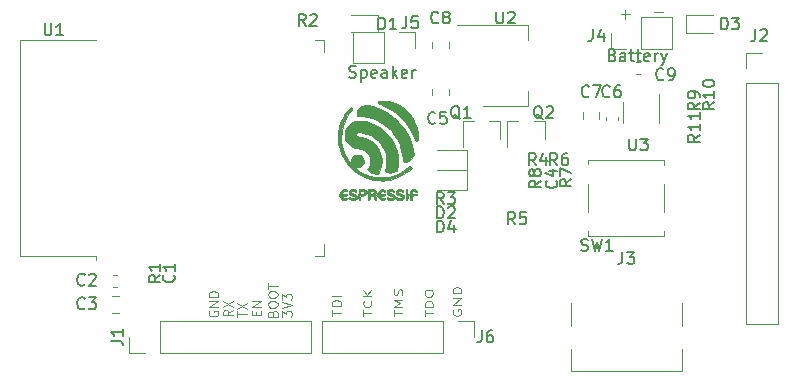
<source format=gto>
G04 #@! TF.GenerationSoftware,KiCad,Pcbnew,(5.1.6)-1*
G04 #@! TF.CreationDate,2020-09-05T22:14:22+08:00*
G04 #@! TF.ProjectId,epaper,65706170-6572-42e6-9b69-6361645f7063,rev?*
G04 #@! TF.SameCoordinates,Original*
G04 #@! TF.FileFunction,Legend,Top*
G04 #@! TF.FilePolarity,Positive*
%FSLAX46Y46*%
G04 Gerber Fmt 4.6, Leading zero omitted, Abs format (unit mm)*
G04 Created by KiCad (PCBNEW (5.1.6)-1) date 2020-09-05 22:14:22*
%MOMM*%
%LPD*%
G01*
G04 APERTURE LIST*
%ADD10C,0.100000*%
%ADD11C,0.150000*%
%ADD12C,0.120000*%
%ADD13C,0.010000*%
%ADD14R,0.700000X0.550000*%
%ADD15O,1.800000X1.800000*%
%ADD16R,1.800000X1.800000*%
%ADD17R,0.750000X1.320000*%
%ADD18R,2.100000X1.600000*%
%ADD19R,2.100000X3.900000*%
%ADD20R,1.000000X2.100000*%
%ADD21R,2.100000X1.000000*%
%ADD22R,5.100000X5.100000*%
%ADD23R,2.900000X1.100000*%
%ADD24R,0.900000X1.000000*%
%ADD25O,1.100000X1.700000*%
%ADD26C,0.750000*%
%ADD27O,1.100000X2.200000*%
%ADD28R,0.400000X1.550000*%
%ADD29R,0.700000X1.550000*%
G04 APERTURE END LIST*
D10*
X123819047Y-90471428D02*
X124580952Y-90471428D01*
X121019047Y-90671428D02*
X121780952Y-90671428D01*
X121400000Y-91052380D02*
X121400000Y-90290476D01*
X106850000Y-115685714D02*
X106816666Y-115771428D01*
X106816666Y-115900000D01*
X106850000Y-116028571D01*
X106916666Y-116114285D01*
X106983333Y-116157142D01*
X107116666Y-116200000D01*
X107216666Y-116200000D01*
X107350000Y-116157142D01*
X107416666Y-116114285D01*
X107483333Y-116028571D01*
X107516666Y-115900000D01*
X107516666Y-115814285D01*
X107483333Y-115685714D01*
X107450000Y-115642857D01*
X107216666Y-115642857D01*
X107216666Y-115814285D01*
X107516666Y-115257142D02*
X106816666Y-115257142D01*
X107516666Y-114742857D01*
X106816666Y-114742857D01*
X107516666Y-114314285D02*
X106816666Y-114314285D01*
X106816666Y-114100000D01*
X106850000Y-113971428D01*
X106916666Y-113885714D01*
X106983333Y-113842857D01*
X107116666Y-113800000D01*
X107216666Y-113800000D01*
X107350000Y-113842857D01*
X107416666Y-113885714D01*
X107483333Y-113971428D01*
X107516666Y-114100000D01*
X107516666Y-114314285D01*
X104416666Y-116261904D02*
X104416666Y-115747618D01*
X105116666Y-116004761D02*
X104416666Y-116004761D01*
X105116666Y-115447618D02*
X104416666Y-115447618D01*
X104416666Y-115233333D01*
X104450000Y-115104761D01*
X104516666Y-115019047D01*
X104583333Y-114976190D01*
X104716666Y-114933333D01*
X104816666Y-114933333D01*
X104950000Y-114976190D01*
X105016666Y-115019047D01*
X105083333Y-115104761D01*
X105116666Y-115233333D01*
X105116666Y-115447618D01*
X104416666Y-114376190D02*
X104416666Y-114204761D01*
X104450000Y-114119047D01*
X104516666Y-114033333D01*
X104650000Y-113990475D01*
X104883333Y-113990475D01*
X105016666Y-114033333D01*
X105083333Y-114119047D01*
X105116666Y-114204761D01*
X105116666Y-114376190D01*
X105083333Y-114461904D01*
X105016666Y-114547618D01*
X104883333Y-114590475D01*
X104650000Y-114590475D01*
X104516666Y-114547618D01*
X104450000Y-114461904D01*
X104416666Y-114376190D01*
X101816666Y-116266666D02*
X101816666Y-115752380D01*
X102516666Y-116009523D02*
X101816666Y-116009523D01*
X102516666Y-115452380D02*
X101816666Y-115452380D01*
X102316666Y-115152380D01*
X101816666Y-114852380D01*
X102516666Y-114852380D01*
X102483333Y-114466666D02*
X102516666Y-114338094D01*
X102516666Y-114123808D01*
X102483333Y-114038094D01*
X102450000Y-113995237D01*
X102383333Y-113952380D01*
X102316666Y-113952380D01*
X102250000Y-113995237D01*
X102216666Y-114038094D01*
X102183333Y-114123808D01*
X102150000Y-114295237D01*
X102116666Y-114380951D01*
X102083333Y-114423808D01*
X102016666Y-114466666D01*
X101950000Y-114466666D01*
X101883333Y-114423808D01*
X101850000Y-114380951D01*
X101816666Y-114295237D01*
X101816666Y-114080951D01*
X101850000Y-113952380D01*
X99216666Y-116257142D02*
X99216666Y-115742857D01*
X99916666Y-116000000D02*
X99216666Y-116000000D01*
X99850000Y-114928571D02*
X99883333Y-114971428D01*
X99916666Y-115100000D01*
X99916666Y-115185714D01*
X99883333Y-115314285D01*
X99816666Y-115400000D01*
X99750000Y-115442857D01*
X99616666Y-115485714D01*
X99516666Y-115485714D01*
X99383333Y-115442857D01*
X99316666Y-115400000D01*
X99250000Y-115314285D01*
X99216666Y-115185714D01*
X99216666Y-115100000D01*
X99250000Y-114971428D01*
X99283333Y-114928571D01*
X99916666Y-114542857D02*
X99216666Y-114542857D01*
X99916666Y-114028571D02*
X99516666Y-114414285D01*
X99216666Y-114028571D02*
X99616666Y-114542857D01*
X96561904Y-116204761D02*
X96561904Y-115690475D01*
X97361904Y-115947618D02*
X96561904Y-115947618D01*
X97361904Y-115390475D02*
X96561904Y-115390475D01*
X96561904Y-115176190D01*
X96600000Y-115047618D01*
X96676190Y-114961904D01*
X96752380Y-114919047D01*
X96904761Y-114876190D01*
X97019047Y-114876190D01*
X97171428Y-114919047D01*
X97247619Y-114961904D01*
X97323809Y-115047618D01*
X97361904Y-115176190D01*
X97361904Y-115390475D01*
X97361904Y-114490475D02*
X96561904Y-114490475D01*
X92361904Y-116290476D02*
X92361904Y-115795238D01*
X92666666Y-116061904D01*
X92666666Y-115947619D01*
X92704761Y-115871428D01*
X92742857Y-115833333D01*
X92819047Y-115795238D01*
X93009523Y-115795238D01*
X93085714Y-115833333D01*
X93123809Y-115871428D01*
X93161904Y-115947619D01*
X93161904Y-116176190D01*
X93123809Y-116252380D01*
X93085714Y-116290476D01*
X92361904Y-115566666D02*
X93161904Y-115300000D01*
X92361904Y-115033333D01*
X92361904Y-114842857D02*
X92361904Y-114347619D01*
X92666666Y-114614285D01*
X92666666Y-114500000D01*
X92704761Y-114423809D01*
X92742857Y-114385714D01*
X92819047Y-114347619D01*
X93009523Y-114347619D01*
X93085714Y-114385714D01*
X93123809Y-114423809D01*
X93161904Y-114500000D01*
X93161904Y-114728571D01*
X93123809Y-114804761D01*
X93085714Y-114842857D01*
X91542857Y-116002380D02*
X91580952Y-115888094D01*
X91619047Y-115849999D01*
X91695238Y-115811904D01*
X91809523Y-115811904D01*
X91885714Y-115849999D01*
X91923809Y-115888094D01*
X91961904Y-115964285D01*
X91961904Y-116269046D01*
X91161904Y-116269046D01*
X91161904Y-116002380D01*
X91200000Y-115926189D01*
X91238095Y-115888094D01*
X91314285Y-115849999D01*
X91390476Y-115849999D01*
X91466666Y-115888094D01*
X91504761Y-115926189D01*
X91542857Y-116002380D01*
X91542857Y-116269046D01*
X91161904Y-115316666D02*
X91161904Y-115164285D01*
X91200000Y-115088094D01*
X91276190Y-115011904D01*
X91428571Y-114973808D01*
X91695238Y-114973808D01*
X91847619Y-115011904D01*
X91923809Y-115088094D01*
X91961904Y-115164285D01*
X91961904Y-115316666D01*
X91923809Y-115392856D01*
X91847619Y-115469046D01*
X91695238Y-115507142D01*
X91428571Y-115507142D01*
X91276190Y-115469046D01*
X91200000Y-115392856D01*
X91161904Y-115316666D01*
X91161904Y-114478570D02*
X91161904Y-114326189D01*
X91200000Y-114249999D01*
X91276190Y-114173808D01*
X91428571Y-114135713D01*
X91695238Y-114135713D01*
X91847619Y-114173808D01*
X91923809Y-114249999D01*
X91961904Y-114326189D01*
X91961904Y-114478570D01*
X91923809Y-114554761D01*
X91847619Y-114630951D01*
X91695238Y-114669046D01*
X91428571Y-114669046D01*
X91276190Y-114630951D01*
X91200000Y-114554761D01*
X91161904Y-114478570D01*
X91161904Y-113907142D02*
X91161904Y-113449999D01*
X91961904Y-113678570D02*
X91161904Y-113678570D01*
X90142857Y-116173809D02*
X90142857Y-115907142D01*
X90561904Y-115792856D02*
X90561904Y-116173809D01*
X89761904Y-116173809D01*
X89761904Y-115792856D01*
X90561904Y-115449999D02*
X89761904Y-115449999D01*
X90561904Y-114992856D01*
X89761904Y-114992856D01*
X88561904Y-116276189D02*
X88561904Y-115819046D01*
X89361904Y-116047618D02*
X88561904Y-116047618D01*
X88561904Y-115628570D02*
X89361904Y-115095237D01*
X88561904Y-115095237D02*
X89361904Y-115628570D01*
X88161904Y-115716666D02*
X87780952Y-115983333D01*
X88161904Y-116173809D02*
X87361904Y-116173809D01*
X87361904Y-115869047D01*
X87400000Y-115792856D01*
X87438095Y-115754761D01*
X87514285Y-115716666D01*
X87628571Y-115716666D01*
X87704761Y-115754761D01*
X87742857Y-115792856D01*
X87780952Y-115869047D01*
X87780952Y-116173809D01*
X87361904Y-115449999D02*
X88161904Y-114916666D01*
X87361904Y-114916666D02*
X88161904Y-115449999D01*
X86200000Y-115809523D02*
X86161904Y-115885714D01*
X86161904Y-116000000D01*
X86200000Y-116114285D01*
X86276190Y-116190476D01*
X86352380Y-116228571D01*
X86504761Y-116266666D01*
X86619047Y-116266666D01*
X86771428Y-116228571D01*
X86847619Y-116190476D01*
X86923809Y-116114285D01*
X86961904Y-116000000D01*
X86961904Y-115923809D01*
X86923809Y-115809523D01*
X86885714Y-115771428D01*
X86619047Y-115771428D01*
X86619047Y-115923809D01*
X86961904Y-115428571D02*
X86161904Y-115428571D01*
X86961904Y-114971428D01*
X86161904Y-114971428D01*
X86961904Y-114590476D02*
X86161904Y-114590476D01*
X86161904Y-114400000D01*
X86200000Y-114285714D01*
X86276190Y-114209523D01*
X86352380Y-114171428D01*
X86504761Y-114133333D01*
X86619047Y-114133333D01*
X86771428Y-114171428D01*
X86847619Y-114209523D01*
X86923809Y-114285714D01*
X86961904Y-114400000D01*
X86961904Y-114590476D01*
D11*
X120328571Y-94128571D02*
X120471428Y-94176190D01*
X120519047Y-94223809D01*
X120566666Y-94319047D01*
X120566666Y-94461904D01*
X120519047Y-94557142D01*
X120471428Y-94604761D01*
X120376190Y-94652380D01*
X119995238Y-94652380D01*
X119995238Y-93652380D01*
X120328571Y-93652380D01*
X120423809Y-93700000D01*
X120471428Y-93747619D01*
X120519047Y-93842857D01*
X120519047Y-93938095D01*
X120471428Y-94033333D01*
X120423809Y-94080952D01*
X120328571Y-94128571D01*
X119995238Y-94128571D01*
X121423809Y-94652380D02*
X121423809Y-94128571D01*
X121376190Y-94033333D01*
X121280952Y-93985714D01*
X121090476Y-93985714D01*
X120995238Y-94033333D01*
X121423809Y-94604761D02*
X121328571Y-94652380D01*
X121090476Y-94652380D01*
X120995238Y-94604761D01*
X120947619Y-94509523D01*
X120947619Y-94414285D01*
X120995238Y-94319047D01*
X121090476Y-94271428D01*
X121328571Y-94271428D01*
X121423809Y-94223809D01*
X121757142Y-93985714D02*
X122138095Y-93985714D01*
X121900000Y-93652380D02*
X121900000Y-94509523D01*
X121947619Y-94604761D01*
X122042857Y-94652380D01*
X122138095Y-94652380D01*
X122328571Y-93985714D02*
X122709523Y-93985714D01*
X122471428Y-93652380D02*
X122471428Y-94509523D01*
X122519047Y-94604761D01*
X122614285Y-94652380D01*
X122709523Y-94652380D01*
X123423809Y-94604761D02*
X123328571Y-94652380D01*
X123138095Y-94652380D01*
X123042857Y-94604761D01*
X122995238Y-94509523D01*
X122995238Y-94128571D01*
X123042857Y-94033333D01*
X123138095Y-93985714D01*
X123328571Y-93985714D01*
X123423809Y-94033333D01*
X123471428Y-94128571D01*
X123471428Y-94223809D01*
X122995238Y-94319047D01*
X123900000Y-94652380D02*
X123900000Y-93985714D01*
X123900000Y-94176190D02*
X123947619Y-94080952D01*
X123995238Y-94033333D01*
X124090476Y-93985714D01*
X124185714Y-93985714D01*
X124423809Y-93985714D02*
X124661904Y-94652380D01*
X124900000Y-93985714D02*
X124661904Y-94652380D01*
X124566666Y-94890476D01*
X124519047Y-94938095D01*
X124423809Y-94985714D01*
X98038095Y-96004761D02*
X98180952Y-96052380D01*
X98419047Y-96052380D01*
X98514285Y-96004761D01*
X98561904Y-95957142D01*
X98609523Y-95861904D01*
X98609523Y-95766666D01*
X98561904Y-95671428D01*
X98514285Y-95623809D01*
X98419047Y-95576190D01*
X98228571Y-95528571D01*
X98133333Y-95480952D01*
X98085714Y-95433333D01*
X98038095Y-95338095D01*
X98038095Y-95242857D01*
X98085714Y-95147619D01*
X98133333Y-95100000D01*
X98228571Y-95052380D01*
X98466666Y-95052380D01*
X98609523Y-95100000D01*
X99038095Y-95385714D02*
X99038095Y-96385714D01*
X99038095Y-95433333D02*
X99133333Y-95385714D01*
X99323809Y-95385714D01*
X99419047Y-95433333D01*
X99466666Y-95480952D01*
X99514285Y-95576190D01*
X99514285Y-95861904D01*
X99466666Y-95957142D01*
X99419047Y-96004761D01*
X99323809Y-96052380D01*
X99133333Y-96052380D01*
X99038095Y-96004761D01*
X100323809Y-96004761D02*
X100228571Y-96052380D01*
X100038095Y-96052380D01*
X99942857Y-96004761D01*
X99895238Y-95909523D01*
X99895238Y-95528571D01*
X99942857Y-95433333D01*
X100038095Y-95385714D01*
X100228571Y-95385714D01*
X100323809Y-95433333D01*
X100371428Y-95528571D01*
X100371428Y-95623809D01*
X99895238Y-95719047D01*
X101228571Y-96052380D02*
X101228571Y-95528571D01*
X101180952Y-95433333D01*
X101085714Y-95385714D01*
X100895238Y-95385714D01*
X100800000Y-95433333D01*
X101228571Y-96004761D02*
X101133333Y-96052380D01*
X100895238Y-96052380D01*
X100800000Y-96004761D01*
X100752380Y-95909523D01*
X100752380Y-95814285D01*
X100800000Y-95719047D01*
X100895238Y-95671428D01*
X101133333Y-95671428D01*
X101228571Y-95623809D01*
X101704761Y-96052380D02*
X101704761Y-95052380D01*
X101800000Y-95671428D02*
X102085714Y-96052380D01*
X102085714Y-95385714D02*
X101704761Y-95766666D01*
X102895238Y-96004761D02*
X102800000Y-96052380D01*
X102609523Y-96052380D01*
X102514285Y-96004761D01*
X102466666Y-95909523D01*
X102466666Y-95528571D01*
X102514285Y-95433333D01*
X102609523Y-95385714D01*
X102800000Y-95385714D01*
X102895238Y-95433333D01*
X102942857Y-95528571D01*
X102942857Y-95623809D01*
X102466666Y-95719047D01*
X103371428Y-96052380D02*
X103371428Y-95385714D01*
X103371428Y-95576190D02*
X103419047Y-95480952D01*
X103466666Y-95433333D01*
X103561904Y-95385714D01*
X103657142Y-95385714D01*
D12*
X108000000Y-105550000D02*
X105450000Y-105550000D01*
X108000000Y-103850000D02*
X105450000Y-103850000D01*
X108000000Y-105550000D02*
X108000000Y-103850000D01*
D13*
G36*
X100983333Y-97993440D02*
G01*
X101307680Y-98034558D01*
X101635891Y-98109157D01*
X101946131Y-98212928D01*
X102060290Y-98261633D01*
X102427094Y-98463810D01*
X102765524Y-98718921D01*
X103069957Y-99020616D01*
X103334773Y-99362545D01*
X103554349Y-99738359D01*
X103722012Y-100138625D01*
X103760006Y-100270959D01*
X103799174Y-100442698D01*
X103835977Y-100633836D01*
X103866876Y-100824367D01*
X103888334Y-100994286D01*
X103896810Y-101123588D01*
X103896827Y-101126924D01*
X103889385Y-101242489D01*
X103858327Y-101315036D01*
X103791674Y-101363972D01*
X103735841Y-101387724D01*
X103688456Y-101400949D01*
X103656728Y-101387527D01*
X103628301Y-101335488D01*
X103598441Y-101254623D01*
X103539925Y-101108361D01*
X103456993Y-100927480D01*
X103359304Y-100730942D01*
X103256517Y-100537712D01*
X103158291Y-100366752D01*
X103096359Y-100268905D01*
X102750922Y-99803660D01*
X102374961Y-99392380D01*
X101964457Y-99031326D01*
X101515392Y-98716760D01*
X101277875Y-98577253D01*
X101133887Y-98500617D01*
X100979073Y-98423279D01*
X100825881Y-98350885D01*
X100686759Y-98289081D01*
X100574155Y-98243516D01*
X100500518Y-98219835D01*
X100485356Y-98217750D01*
X100449751Y-98215606D01*
X100439959Y-98197559D01*
X100453794Y-98146187D01*
X100470374Y-98098303D01*
X100494637Y-98042678D01*
X100530078Y-98012094D01*
X100595199Y-97997211D01*
X100684687Y-97990113D01*
X100983333Y-97993440D01*
G37*
X100983333Y-97993440D02*
X101307680Y-98034558D01*
X101635891Y-98109157D01*
X101946131Y-98212928D01*
X102060290Y-98261633D01*
X102427094Y-98463810D01*
X102765524Y-98718921D01*
X103069957Y-99020616D01*
X103334773Y-99362545D01*
X103554349Y-99738359D01*
X103722012Y-100138625D01*
X103760006Y-100270959D01*
X103799174Y-100442698D01*
X103835977Y-100633836D01*
X103866876Y-100824367D01*
X103888334Y-100994286D01*
X103896810Y-101123588D01*
X103896827Y-101126924D01*
X103889385Y-101242489D01*
X103858327Y-101315036D01*
X103791674Y-101363972D01*
X103735841Y-101387724D01*
X103688456Y-101400949D01*
X103656728Y-101387527D01*
X103628301Y-101335488D01*
X103598441Y-101254623D01*
X103539925Y-101108361D01*
X103456993Y-100927480D01*
X103359304Y-100730942D01*
X103256517Y-100537712D01*
X103158291Y-100366752D01*
X103096359Y-100268905D01*
X102750922Y-99803660D01*
X102374961Y-99392380D01*
X101964457Y-99031326D01*
X101515392Y-98716760D01*
X101277875Y-98577253D01*
X101133887Y-98500617D01*
X100979073Y-98423279D01*
X100825881Y-98350885D01*
X100686759Y-98289081D01*
X100574155Y-98243516D01*
X100500518Y-98219835D01*
X100485356Y-98217750D01*
X100449751Y-98215606D01*
X100439959Y-98197559D01*
X100453794Y-98146187D01*
X100470374Y-98098303D01*
X100494637Y-98042678D01*
X100530078Y-98012094D01*
X100595199Y-97997211D01*
X100684687Y-97990113D01*
X100983333Y-97993440D01*
G36*
X99484706Y-98362488D02*
G01*
X99632490Y-98386754D01*
X99645464Y-98389107D01*
X100040115Y-98482292D01*
X100444168Y-98616962D01*
X100829545Y-98783342D01*
X100942275Y-98840594D01*
X101169890Y-98964370D01*
X101356806Y-99075207D01*
X101520739Y-99185068D01*
X101679401Y-99305915D01*
X101850509Y-99449712D01*
X101871958Y-99468411D01*
X102278897Y-99864129D01*
X102630775Y-100291257D01*
X102927239Y-100749185D01*
X103167938Y-101237302D01*
X103352518Y-101754996D01*
X103469119Y-102239114D01*
X103524429Y-102529854D01*
X103411634Y-102715364D01*
X103297906Y-102890336D01*
X103198664Y-103013417D01*
X103105797Y-103092059D01*
X103011199Y-103133716D01*
X102944750Y-103144505D01*
X102825363Y-103149111D01*
X102709538Y-103147011D01*
X102687477Y-103145479D01*
X102573080Y-103135723D01*
X102552349Y-102827799D01*
X102515745Y-102522037D01*
X102448945Y-102195064D01*
X102358889Y-101877177D01*
X102292293Y-101692591D01*
X102088988Y-101263975D01*
X101836112Y-100867539D01*
X101538828Y-100507064D01*
X101202299Y-100186328D01*
X100831690Y-99909110D01*
X100432161Y-99679189D01*
X100008878Y-99500345D01*
X99567003Y-99376356D01*
X99111700Y-99311003D01*
X99031562Y-99305904D01*
X98690250Y-99288257D01*
X98690768Y-99014941D01*
X98691287Y-98741625D01*
X98927872Y-98572565D01*
X99072129Y-98471746D01*
X99182790Y-98404714D01*
X99277007Y-98367084D01*
X99371928Y-98354470D01*
X99484706Y-98362488D01*
G37*
X99484706Y-98362488D02*
X99632490Y-98386754D01*
X99645464Y-98389107D01*
X100040115Y-98482292D01*
X100444168Y-98616962D01*
X100829545Y-98783342D01*
X100942275Y-98840594D01*
X101169890Y-98964370D01*
X101356806Y-99075207D01*
X101520739Y-99185068D01*
X101679401Y-99305915D01*
X101850509Y-99449712D01*
X101871958Y-99468411D01*
X102278897Y-99864129D01*
X102630775Y-100291257D01*
X102927239Y-100749185D01*
X103167938Y-101237302D01*
X103352518Y-101754996D01*
X103469119Y-102239114D01*
X103524429Y-102529854D01*
X103411634Y-102715364D01*
X103297906Y-102890336D01*
X103198664Y-103013417D01*
X103105797Y-103092059D01*
X103011199Y-103133716D01*
X102944750Y-103144505D01*
X102825363Y-103149111D01*
X102709538Y-103147011D01*
X102687477Y-103145479D01*
X102573080Y-103135723D01*
X102552349Y-102827799D01*
X102515745Y-102522037D01*
X102448945Y-102195064D01*
X102358889Y-101877177D01*
X102292293Y-101692591D01*
X102088988Y-101263975D01*
X101836112Y-100867539D01*
X101538828Y-100507064D01*
X101202299Y-100186328D01*
X100831690Y-99909110D01*
X100432161Y-99679189D01*
X100008878Y-99500345D01*
X99567003Y-99376356D01*
X99111700Y-99311003D01*
X99031562Y-99305904D01*
X98690250Y-99288257D01*
X98690768Y-99014941D01*
X98691287Y-98741625D01*
X98927872Y-98572565D01*
X99072129Y-98471746D01*
X99182790Y-98404714D01*
X99277007Y-98367084D01*
X99371928Y-98354470D01*
X99484706Y-98362488D01*
G36*
X98912500Y-99697873D02*
G01*
X99115687Y-99702963D01*
X99279873Y-99715860D01*
X99429374Y-99739545D01*
X99588504Y-99776997D01*
X99614319Y-99783882D01*
X100056526Y-99935019D01*
X100467522Y-100139556D01*
X100843686Y-100393698D01*
X101181400Y-100693652D01*
X101477044Y-101035627D01*
X101726998Y-101415829D01*
X101927644Y-101830465D01*
X102075360Y-102275742D01*
X102103929Y-102392875D01*
X102133309Y-102561941D01*
X102152588Y-102756636D01*
X102162231Y-102966006D01*
X102162701Y-103179098D01*
X102154464Y-103384959D01*
X102137982Y-103572635D01*
X102113721Y-103731173D01*
X102082145Y-103849620D01*
X102043718Y-103917023D01*
X102039167Y-103920796D01*
X101987602Y-103947065D01*
X101893361Y-103985143D01*
X101774380Y-104027914D01*
X101740205Y-104039388D01*
X101489311Y-104122309D01*
X101272468Y-104040715D01*
X101166471Y-104000382D01*
X101087469Y-103969472D01*
X101050742Y-103953978D01*
X101049876Y-103953416D01*
X101055305Y-103922599D01*
X101074946Y-103846564D01*
X101104738Y-103740903D01*
X101109112Y-103725918D01*
X101148030Y-103539885D01*
X101171464Y-103314259D01*
X101179178Y-103070787D01*
X101170938Y-102831216D01*
X101146509Y-102617293D01*
X101122301Y-102504000D01*
X101044066Y-102271169D01*
X100935693Y-102024864D01*
X100809710Y-101790828D01*
X100681949Y-101599125D01*
X100450182Y-101342909D01*
X100174098Y-101118068D01*
X99865907Y-100931328D01*
X99537820Y-100789416D01*
X99202045Y-100699061D01*
X98999593Y-100672207D01*
X98869149Y-100664373D01*
X98784939Y-100666993D01*
X98730253Y-100682124D01*
X98690031Y-100710323D01*
X98641168Y-100787346D01*
X98629068Y-100879526D01*
X98655398Y-100959581D01*
X98673599Y-100979356D01*
X98723361Y-101000835D01*
X98820258Y-101027793D01*
X98948634Y-101056235D01*
X99046661Y-101074514D01*
X99412267Y-101166185D01*
X99740720Y-101307889D01*
X100029963Y-101498139D01*
X100277935Y-101735450D01*
X100482578Y-102018335D01*
X100565182Y-102170625D01*
X100675316Y-102423378D01*
X100744624Y-102658333D01*
X100779110Y-102900579D01*
X100785750Y-103092255D01*
X100757134Y-103449555D01*
X100672323Y-103784430D01*
X100577682Y-104007132D01*
X100530472Y-104095158D01*
X100486472Y-104151219D01*
X100432471Y-104178591D01*
X100355261Y-104180553D01*
X100241632Y-104160380D01*
X100097924Y-104126161D01*
X99939555Y-104077723D01*
X99813025Y-104012896D01*
X99707710Y-103933972D01*
X99622062Y-103859631D01*
X99579145Y-103811792D01*
X99571431Y-103778145D01*
X99591394Y-103746377D01*
X99592364Y-103745300D01*
X99630462Y-103689218D01*
X99681297Y-103596737D01*
X99724378Y-103508123D01*
X99766398Y-103408910D01*
X99790254Y-103324273D01*
X99799498Y-103231086D01*
X99797684Y-103106219D01*
X99794986Y-103048609D01*
X99766262Y-102813859D01*
X99701817Y-102619731D01*
X99594460Y-102450119D01*
X99468606Y-102317333D01*
X99314722Y-102195554D01*
X99150280Y-102110357D01*
X98956555Y-102053760D01*
X98784710Y-102025770D01*
X98564333Y-101988937D01*
X98385200Y-101935456D01*
X98225666Y-101857484D01*
X98110135Y-101781305D01*
X97924816Y-101608913D01*
X97778484Y-101388374D01*
X97701567Y-101209650D01*
X97657971Y-101007780D01*
X97654219Y-100780593D01*
X97688949Y-100551084D01*
X97751832Y-100361883D01*
X97857294Y-100184337D01*
X98006864Y-100013529D01*
X98182224Y-99867829D01*
X98331971Y-99780180D01*
X98413954Y-99743900D01*
X98486634Y-99719711D01*
X98565911Y-99705361D01*
X98667685Y-99698594D01*
X98807853Y-99697157D01*
X98912500Y-99697873D01*
G37*
X98912500Y-99697873D02*
X99115687Y-99702963D01*
X99279873Y-99715860D01*
X99429374Y-99739545D01*
X99588504Y-99776997D01*
X99614319Y-99783882D01*
X100056526Y-99935019D01*
X100467522Y-100139556D01*
X100843686Y-100393698D01*
X101181400Y-100693652D01*
X101477044Y-101035627D01*
X101726998Y-101415829D01*
X101927644Y-101830465D01*
X102075360Y-102275742D01*
X102103929Y-102392875D01*
X102133309Y-102561941D01*
X102152588Y-102756636D01*
X102162231Y-102966006D01*
X102162701Y-103179098D01*
X102154464Y-103384959D01*
X102137982Y-103572635D01*
X102113721Y-103731173D01*
X102082145Y-103849620D01*
X102043718Y-103917023D01*
X102039167Y-103920796D01*
X101987602Y-103947065D01*
X101893361Y-103985143D01*
X101774380Y-104027914D01*
X101740205Y-104039388D01*
X101489311Y-104122309D01*
X101272468Y-104040715D01*
X101166471Y-104000382D01*
X101087469Y-103969472D01*
X101050742Y-103953978D01*
X101049876Y-103953416D01*
X101055305Y-103922599D01*
X101074946Y-103846564D01*
X101104738Y-103740903D01*
X101109112Y-103725918D01*
X101148030Y-103539885D01*
X101171464Y-103314259D01*
X101179178Y-103070787D01*
X101170938Y-102831216D01*
X101146509Y-102617293D01*
X101122301Y-102504000D01*
X101044066Y-102271169D01*
X100935693Y-102024864D01*
X100809710Y-101790828D01*
X100681949Y-101599125D01*
X100450182Y-101342909D01*
X100174098Y-101118068D01*
X99865907Y-100931328D01*
X99537820Y-100789416D01*
X99202045Y-100699061D01*
X98999593Y-100672207D01*
X98869149Y-100664373D01*
X98784939Y-100666993D01*
X98730253Y-100682124D01*
X98690031Y-100710323D01*
X98641168Y-100787346D01*
X98629068Y-100879526D01*
X98655398Y-100959581D01*
X98673599Y-100979356D01*
X98723361Y-101000835D01*
X98820258Y-101027793D01*
X98948634Y-101056235D01*
X99046661Y-101074514D01*
X99412267Y-101166185D01*
X99740720Y-101307889D01*
X100029963Y-101498139D01*
X100277935Y-101735450D01*
X100482578Y-102018335D01*
X100565182Y-102170625D01*
X100675316Y-102423378D01*
X100744624Y-102658333D01*
X100779110Y-102900579D01*
X100785750Y-103092255D01*
X100757134Y-103449555D01*
X100672323Y-103784430D01*
X100577682Y-104007132D01*
X100530472Y-104095158D01*
X100486472Y-104151219D01*
X100432471Y-104178591D01*
X100355261Y-104180553D01*
X100241632Y-104160380D01*
X100097924Y-104126161D01*
X99939555Y-104077723D01*
X99813025Y-104012896D01*
X99707710Y-103933972D01*
X99622062Y-103859631D01*
X99579145Y-103811792D01*
X99571431Y-103778145D01*
X99591394Y-103746377D01*
X99592364Y-103745300D01*
X99630462Y-103689218D01*
X99681297Y-103596737D01*
X99724378Y-103508123D01*
X99766398Y-103408910D01*
X99790254Y-103324273D01*
X99799498Y-103231086D01*
X99797684Y-103106219D01*
X99794986Y-103048609D01*
X99766262Y-102813859D01*
X99701817Y-102619731D01*
X99594460Y-102450119D01*
X99468606Y-102317333D01*
X99314722Y-102195554D01*
X99150280Y-102110357D01*
X98956555Y-102053760D01*
X98784710Y-102025770D01*
X98564333Y-101988937D01*
X98385200Y-101935456D01*
X98225666Y-101857484D01*
X98110135Y-101781305D01*
X97924816Y-101608913D01*
X97778484Y-101388374D01*
X97701567Y-101209650D01*
X97657971Y-101007780D01*
X97654219Y-100780593D01*
X97688949Y-100551084D01*
X97751832Y-100361883D01*
X97857294Y-100184337D01*
X98006864Y-100013529D01*
X98182224Y-99867829D01*
X98331971Y-99780180D01*
X98413954Y-99743900D01*
X98486634Y-99719711D01*
X98565911Y-99705361D01*
X98667685Y-99698594D01*
X98807853Y-99697157D01*
X98912500Y-99697873D01*
G36*
X98226514Y-98564596D02*
G01*
X98281733Y-98623492D01*
X98308718Y-98667038D01*
X98309250Y-98670849D01*
X98289728Y-98708875D01*
X98239249Y-98776856D01*
X98187403Y-98838555D01*
X98012035Y-99061466D01*
X97841864Y-99320946D01*
X97693260Y-99591054D01*
X97637415Y-99709999D01*
X97478456Y-100142552D01*
X97380995Y-100582235D01*
X97344676Y-101032592D01*
X97369140Y-101497170D01*
X97423143Y-101837250D01*
X97499337Y-102115913D01*
X97616977Y-102416011D01*
X97767306Y-102720091D01*
X97941570Y-103010701D01*
X98131013Y-103270390D01*
X98159258Y-103304483D01*
X98241480Y-103395714D01*
X98289836Y-103434663D01*
X98303742Y-103421297D01*
X98282614Y-103355582D01*
X98262171Y-103310291D01*
X98221747Y-103170089D01*
X98221831Y-103036916D01*
X98267044Y-102860368D01*
X98361702Y-102720892D01*
X98500018Y-102624229D01*
X98676203Y-102576122D01*
X98687517Y-102574937D01*
X98860625Y-102578851D01*
X99002395Y-102631743D01*
X99128090Y-102739451D01*
X99133560Y-102745620D01*
X99231589Y-102898248D01*
X99273364Y-103058403D01*
X99263623Y-103215945D01*
X99207102Y-103360732D01*
X99108540Y-103482623D01*
X98972675Y-103571478D01*
X98804244Y-103617154D01*
X98724588Y-103621018D01*
X98613445Y-103606300D01*
X98510022Y-103572748D01*
X98502083Y-103568831D01*
X98430658Y-103537739D01*
X98407891Y-103542150D01*
X98431925Y-103579088D01*
X98500907Y-103645574D01*
X98602937Y-103730653D01*
X98978669Y-103995424D01*
X99370447Y-104201421D01*
X99785441Y-104351559D01*
X100230821Y-104448749D01*
X100435332Y-104475183D01*
X100887973Y-104491170D01*
X101335569Y-104445064D01*
X101773632Y-104338269D01*
X102197673Y-104172191D01*
X102603201Y-103948233D01*
X102967398Y-103682993D01*
X103174264Y-103512611D01*
X103268125Y-103606471D01*
X103361985Y-103700331D01*
X103177180Y-103858883D01*
X102784946Y-104154952D01*
X102365137Y-104394453D01*
X101920365Y-104576142D01*
X101453243Y-104698774D01*
X101388209Y-104710808D01*
X101145026Y-104740654D01*
X100865768Y-104753961D01*
X100574503Y-104751011D01*
X100295298Y-104732088D01*
X100052223Y-104697473D01*
X100039625Y-104694966D01*
X99575204Y-104569397D01*
X99136074Y-104387942D01*
X98726753Y-104154247D01*
X98351759Y-103871960D01*
X98015611Y-103544728D01*
X97722827Y-103176198D01*
X97477927Y-102770015D01*
X97368390Y-102539105D01*
X97213214Y-102103012D01*
X97116152Y-101653073D01*
X97076146Y-101195946D01*
X97092132Y-100738289D01*
X97163051Y-100286759D01*
X97287841Y-99848014D01*
X97465441Y-99428713D01*
X97694789Y-99035512D01*
X97974825Y-98675070D01*
X97986324Y-98662250D01*
X98143779Y-98487625D01*
X98226514Y-98564596D01*
G37*
X98226514Y-98564596D02*
X98281733Y-98623492D01*
X98308718Y-98667038D01*
X98309250Y-98670849D01*
X98289728Y-98708875D01*
X98239249Y-98776856D01*
X98187403Y-98838555D01*
X98012035Y-99061466D01*
X97841864Y-99320946D01*
X97693260Y-99591054D01*
X97637415Y-99709999D01*
X97478456Y-100142552D01*
X97380995Y-100582235D01*
X97344676Y-101032592D01*
X97369140Y-101497170D01*
X97423143Y-101837250D01*
X97499337Y-102115913D01*
X97616977Y-102416011D01*
X97767306Y-102720091D01*
X97941570Y-103010701D01*
X98131013Y-103270390D01*
X98159258Y-103304483D01*
X98241480Y-103395714D01*
X98289836Y-103434663D01*
X98303742Y-103421297D01*
X98282614Y-103355582D01*
X98262171Y-103310291D01*
X98221747Y-103170089D01*
X98221831Y-103036916D01*
X98267044Y-102860368D01*
X98361702Y-102720892D01*
X98500018Y-102624229D01*
X98676203Y-102576122D01*
X98687517Y-102574937D01*
X98860625Y-102578851D01*
X99002395Y-102631743D01*
X99128090Y-102739451D01*
X99133560Y-102745620D01*
X99231589Y-102898248D01*
X99273364Y-103058403D01*
X99263623Y-103215945D01*
X99207102Y-103360732D01*
X99108540Y-103482623D01*
X98972675Y-103571478D01*
X98804244Y-103617154D01*
X98724588Y-103621018D01*
X98613445Y-103606300D01*
X98510022Y-103572748D01*
X98502083Y-103568831D01*
X98430658Y-103537739D01*
X98407891Y-103542150D01*
X98431925Y-103579088D01*
X98500907Y-103645574D01*
X98602937Y-103730653D01*
X98978669Y-103995424D01*
X99370447Y-104201421D01*
X99785441Y-104351559D01*
X100230821Y-104448749D01*
X100435332Y-104475183D01*
X100887973Y-104491170D01*
X101335569Y-104445064D01*
X101773632Y-104338269D01*
X102197673Y-104172191D01*
X102603201Y-103948233D01*
X102967398Y-103682993D01*
X103174264Y-103512611D01*
X103268125Y-103606471D01*
X103361985Y-103700331D01*
X103177180Y-103858883D01*
X102784946Y-104154952D01*
X102365137Y-104394453D01*
X101920365Y-104576142D01*
X101453243Y-104698774D01*
X101388209Y-104710808D01*
X101145026Y-104740654D01*
X100865768Y-104753961D01*
X100574503Y-104751011D01*
X100295298Y-104732088D01*
X100052223Y-104697473D01*
X100039625Y-104694966D01*
X99575204Y-104569397D01*
X99136074Y-104387942D01*
X98726753Y-104154247D01*
X98351759Y-103871960D01*
X98015611Y-103544728D01*
X97722827Y-103176198D01*
X97477927Y-102770015D01*
X97368390Y-102539105D01*
X97213214Y-102103012D01*
X97116152Y-101653073D01*
X97076146Y-101195946D01*
X97092132Y-100738289D01*
X97163051Y-100286759D01*
X97287841Y-99848014D01*
X97465441Y-99428713D01*
X97694789Y-99035512D01*
X97974825Y-98675070D01*
X97986324Y-98662250D01*
X98143779Y-98487625D01*
X98226514Y-98564596D01*
G36*
X102924045Y-105508438D02*
G01*
X102942499Y-105527630D01*
X102954489Y-105572453D01*
X102962020Y-105653407D01*
X102967094Y-105780995D01*
X102969819Y-105885375D01*
X102972997Y-106081588D01*
X102970624Y-106222922D01*
X102961243Y-106317864D01*
X102943394Y-106374901D01*
X102915618Y-106402522D01*
X102879773Y-106409250D01*
X102854799Y-106406296D01*
X102837648Y-106390981D01*
X102827144Y-106353622D01*
X102822110Y-106284538D01*
X102821371Y-106174047D01*
X102823751Y-106012466D01*
X102824815Y-105956812D01*
X102828768Y-105779034D01*
X102833561Y-105655091D01*
X102840736Y-105575322D01*
X102851839Y-105530066D01*
X102868413Y-105509661D01*
X102892002Y-105504446D01*
X102897125Y-105504375D01*
X102924045Y-105508438D01*
G37*
X102924045Y-105508438D02*
X102942499Y-105527630D01*
X102954489Y-105572453D01*
X102962020Y-105653407D01*
X102967094Y-105780995D01*
X102969819Y-105885375D01*
X102972997Y-106081588D01*
X102970624Y-106222922D01*
X102961243Y-106317864D01*
X102943394Y-106374901D01*
X102915618Y-106402522D01*
X102879773Y-106409250D01*
X102854799Y-106406296D01*
X102837648Y-106390981D01*
X102827144Y-106353622D01*
X102822110Y-106284538D01*
X102821371Y-106174047D01*
X102823751Y-106012466D01*
X102824815Y-105956812D01*
X102828768Y-105779034D01*
X102833561Y-105655091D01*
X102840736Y-105575322D01*
X102851839Y-105530066D01*
X102868413Y-105509661D01*
X102892002Y-105504446D01*
X102897125Y-105504375D01*
X102924045Y-105508438D01*
G36*
X102512784Y-105525863D02*
G01*
X102579660Y-105582496D01*
X102595500Y-105638928D01*
X102588038Y-105693756D01*
X102552668Y-105705433D01*
X102508187Y-105696652D01*
X102376882Y-105666841D01*
X102289474Y-105654950D01*
X102229252Y-105659961D01*
X102186396Y-105677048D01*
X102127562Y-105726474D01*
X102130256Y-105775211D01*
X102192619Y-105818799D01*
X102254187Y-105839640D01*
X102417579Y-105886742D01*
X102529294Y-105928018D01*
X102600201Y-105968593D01*
X102641173Y-106013593D01*
X102647480Y-106025057D01*
X102666673Y-106127333D01*
X102640557Y-106239279D01*
X102576390Y-106334942D01*
X102555785Y-106352865D01*
X102466165Y-106390886D01*
X102340871Y-106406385D01*
X102203766Y-106398921D01*
X102078713Y-106368058D01*
X102063687Y-106361914D01*
X101981635Y-106306552D01*
X101960500Y-106251036D01*
X101981177Y-106185652D01*
X102040628Y-106168401D01*
X102134978Y-106200369D01*
X102137212Y-106201527D01*
X102276610Y-106246490D01*
X102404642Y-106232862D01*
X102438837Y-106217632D01*
X102497020Y-106168171D01*
X102495902Y-106117999D01*
X102439495Y-106071266D01*
X102331810Y-106032122D01*
X102241533Y-106013561D01*
X102101574Y-105968279D01*
X102009181Y-105893466D01*
X101963934Y-105801176D01*
X101965411Y-105703464D01*
X102013189Y-105612384D01*
X102106847Y-105539990D01*
X102245963Y-105498336D01*
X102259621Y-105496627D01*
X102402772Y-105495829D01*
X102512784Y-105525863D01*
G37*
X102512784Y-105525863D02*
X102579660Y-105582496D01*
X102595500Y-105638928D01*
X102588038Y-105693756D01*
X102552668Y-105705433D01*
X102508187Y-105696652D01*
X102376882Y-105666841D01*
X102289474Y-105654950D01*
X102229252Y-105659961D01*
X102186396Y-105677048D01*
X102127562Y-105726474D01*
X102130256Y-105775211D01*
X102192619Y-105818799D01*
X102254187Y-105839640D01*
X102417579Y-105886742D01*
X102529294Y-105928018D01*
X102600201Y-105968593D01*
X102641173Y-106013593D01*
X102647480Y-106025057D01*
X102666673Y-106127333D01*
X102640557Y-106239279D01*
X102576390Y-106334942D01*
X102555785Y-106352865D01*
X102466165Y-106390886D01*
X102340871Y-106406385D01*
X102203766Y-106398921D01*
X102078713Y-106368058D01*
X102063687Y-106361914D01*
X101981635Y-106306552D01*
X101960500Y-106251036D01*
X101981177Y-106185652D01*
X102040628Y-106168401D01*
X102134978Y-106200369D01*
X102137212Y-106201527D01*
X102276610Y-106246490D01*
X102404642Y-106232862D01*
X102438837Y-106217632D01*
X102497020Y-106168171D01*
X102495902Y-106117999D01*
X102439495Y-106071266D01*
X102331810Y-106032122D01*
X102241533Y-106013561D01*
X102101574Y-105968279D01*
X102009181Y-105893466D01*
X101963934Y-105801176D01*
X101965411Y-105703464D01*
X102013189Y-105612384D01*
X102106847Y-105539990D01*
X102245963Y-105498336D01*
X102259621Y-105496627D01*
X102402772Y-105495829D01*
X102512784Y-105525863D01*
G36*
X101691454Y-105506897D02*
G01*
X101778960Y-105548503D01*
X101827947Y-105613464D01*
X101833500Y-105649050D01*
X101825619Y-105691947D01*
X101793525Y-105707663D01*
X101724535Y-105697818D01*
X101638652Y-105673946D01*
X101532768Y-105653251D01*
X101450217Y-105667459D01*
X101436531Y-105673265D01*
X101369740Y-105720349D01*
X101364432Y-105768837D01*
X101418922Y-105813669D01*
X101492187Y-105840287D01*
X101643405Y-105882641D01*
X101744685Y-105914652D01*
X101807728Y-105941231D01*
X101844235Y-105967289D01*
X101865493Y-105996955D01*
X101897991Y-106118075D01*
X101876383Y-106239605D01*
X101812988Y-106331391D01*
X101742365Y-106381915D01*
X101657681Y-106404417D01*
X101566926Y-106408007D01*
X101448229Y-106398130D01*
X101337532Y-106374656D01*
X101301687Y-106361914D01*
X101221156Y-106308107D01*
X101198500Y-106253906D01*
X101208241Y-106196473D01*
X101244811Y-106174657D01*
X101319226Y-106186105D01*
X101396742Y-106211572D01*
X101522992Y-106241299D01*
X101627465Y-106236595D01*
X101697967Y-106200193D01*
X101722375Y-106138610D01*
X101710257Y-106100174D01*
X101665442Y-106069871D01*
X101575237Y-106040541D01*
X101526784Y-106028250D01*
X101411661Y-105993279D01*
X101313769Y-105951463D01*
X101264847Y-105920141D01*
X101213406Y-105836549D01*
X101199749Y-105732030D01*
X101225084Y-105634721D01*
X101251051Y-105599233D01*
X101345226Y-105534814D01*
X101459846Y-105498792D01*
X101580169Y-105489906D01*
X101691454Y-105506897D01*
G37*
X101691454Y-105506897D02*
X101778960Y-105548503D01*
X101827947Y-105613464D01*
X101833500Y-105649050D01*
X101825619Y-105691947D01*
X101793525Y-105707663D01*
X101724535Y-105697818D01*
X101638652Y-105673946D01*
X101532768Y-105653251D01*
X101450217Y-105667459D01*
X101436531Y-105673265D01*
X101369740Y-105720349D01*
X101364432Y-105768837D01*
X101418922Y-105813669D01*
X101492187Y-105840287D01*
X101643405Y-105882641D01*
X101744685Y-105914652D01*
X101807728Y-105941231D01*
X101844235Y-105967289D01*
X101865493Y-105996955D01*
X101897991Y-106118075D01*
X101876383Y-106239605D01*
X101812988Y-106331391D01*
X101742365Y-106381915D01*
X101657681Y-106404417D01*
X101566926Y-106408007D01*
X101448229Y-106398130D01*
X101337532Y-106374656D01*
X101301687Y-106361914D01*
X101221156Y-106308107D01*
X101198500Y-106253906D01*
X101208241Y-106196473D01*
X101244811Y-106174657D01*
X101319226Y-106186105D01*
X101396742Y-106211572D01*
X101522992Y-106241299D01*
X101627465Y-106236595D01*
X101697967Y-106200193D01*
X101722375Y-106138610D01*
X101710257Y-106100174D01*
X101665442Y-106069871D01*
X101575237Y-106040541D01*
X101526784Y-106028250D01*
X101411661Y-105993279D01*
X101313769Y-105951463D01*
X101264847Y-105920141D01*
X101213406Y-105836549D01*
X101199749Y-105732030D01*
X101225084Y-105634721D01*
X101251051Y-105599233D01*
X101345226Y-105534814D01*
X101459846Y-105498792D01*
X101580169Y-105489906D01*
X101691454Y-105506897D01*
G36*
X97753601Y-105508042D02*
G01*
X97833881Y-105556526D01*
X97864711Y-105627699D01*
X97864750Y-105630542D01*
X97856173Y-105663739D01*
X97819871Y-105674765D01*
X97739983Y-105667438D01*
X97722311Y-105664850D01*
X97627053Y-105656004D01*
X97564667Y-105670822D01*
X97506616Y-105716810D01*
X97500061Y-105723301D01*
X97446660Y-105784905D01*
X97420720Y-105830938D01*
X97420250Y-105834856D01*
X97449271Y-105852028D01*
X97525429Y-105866752D01*
X97632364Y-105875888D01*
X97634562Y-105875986D01*
X97749235Y-105882963D01*
X97815045Y-105894794D01*
X97846629Y-105916747D01*
X97858622Y-105954094D01*
X97859020Y-105956812D01*
X97860494Y-105993989D01*
X97842982Y-106015360D01*
X97793407Y-106025285D01*
X97698693Y-106028123D01*
X97644708Y-106028250D01*
X97511812Y-106033523D01*
X97438161Y-106051756D01*
X97420188Y-106086566D01*
X97454330Y-106141572D01*
X97493733Y-106181465D01*
X97588838Y-106241581D01*
X97686936Y-106240354D01*
X97737537Y-106218863D01*
X97809385Y-106201785D01*
X97870626Y-106219522D01*
X97896500Y-106264851D01*
X97867345Y-106332326D01*
X97788457Y-106382181D01*
X97672696Y-106407475D01*
X97628887Y-106409250D01*
X97524446Y-106401839D01*
X97448983Y-106370438D01*
X97369450Y-106301300D01*
X97304899Y-106222832D01*
X97266322Y-106149069D01*
X97261500Y-106123702D01*
X97235407Y-106058021D01*
X97198000Y-106037449D01*
X97146307Y-105999282D01*
X97138985Y-105939638D01*
X97176571Y-105882987D01*
X97194347Y-105871454D01*
X97248954Y-105816584D01*
X97273439Y-105762749D01*
X97325980Y-105663868D01*
X97419797Y-105574430D01*
X97533055Y-105510906D01*
X97635667Y-105489509D01*
X97753601Y-105508042D01*
G37*
X97753601Y-105508042D02*
X97833881Y-105556526D01*
X97864711Y-105627699D01*
X97864750Y-105630542D01*
X97856173Y-105663739D01*
X97819871Y-105674765D01*
X97739983Y-105667438D01*
X97722311Y-105664850D01*
X97627053Y-105656004D01*
X97564667Y-105670822D01*
X97506616Y-105716810D01*
X97500061Y-105723301D01*
X97446660Y-105784905D01*
X97420720Y-105830938D01*
X97420250Y-105834856D01*
X97449271Y-105852028D01*
X97525429Y-105866752D01*
X97632364Y-105875888D01*
X97634562Y-105875986D01*
X97749235Y-105882963D01*
X97815045Y-105894794D01*
X97846629Y-105916747D01*
X97858622Y-105954094D01*
X97859020Y-105956812D01*
X97860494Y-105993989D01*
X97842982Y-106015360D01*
X97793407Y-106025285D01*
X97698693Y-106028123D01*
X97644708Y-106028250D01*
X97511812Y-106033523D01*
X97438161Y-106051756D01*
X97420188Y-106086566D01*
X97454330Y-106141572D01*
X97493733Y-106181465D01*
X97588838Y-106241581D01*
X97686936Y-106240354D01*
X97737537Y-106218863D01*
X97809385Y-106201785D01*
X97870626Y-106219522D01*
X97896500Y-106264851D01*
X97867345Y-106332326D01*
X97788457Y-106382181D01*
X97672696Y-106407475D01*
X97628887Y-106409250D01*
X97524446Y-106401839D01*
X97448983Y-106370438D01*
X97369450Y-106301300D01*
X97304899Y-106222832D01*
X97266322Y-106149069D01*
X97261500Y-106123702D01*
X97235407Y-106058021D01*
X97198000Y-106037449D01*
X97146307Y-105999282D01*
X97138985Y-105939638D01*
X97176571Y-105882987D01*
X97194347Y-105871454D01*
X97248954Y-105816584D01*
X97273439Y-105762749D01*
X97325980Y-105663868D01*
X97419797Y-105574430D01*
X97533055Y-105510906D01*
X97635667Y-105489509D01*
X97753601Y-105508042D01*
G36*
X103579856Y-105504295D02*
G01*
X103690724Y-105545983D01*
X103766006Y-105605017D01*
X103782380Y-105633065D01*
X103787399Y-105700686D01*
X103749116Y-105736729D01*
X103681748Y-105736518D01*
X103599512Y-105695378D01*
X103597494Y-105693865D01*
X103502569Y-105650142D01*
X103415187Y-105656423D01*
X103351023Y-105706788D01*
X103325753Y-105795318D01*
X103325750Y-105796475D01*
X103329832Y-105834525D01*
X103351228Y-105856385D01*
X103403658Y-105866517D01*
X103500843Y-105869385D01*
X103550208Y-105869500D01*
X103666845Y-105870711D01*
X103733066Y-105877250D01*
X103761947Y-105893477D01*
X103766563Y-105923750D01*
X103764520Y-105940937D01*
X103753207Y-105979327D01*
X103723142Y-106002020D01*
X103659690Y-106014289D01*
X103548214Y-106021402D01*
X103540062Y-106021763D01*
X103325750Y-106031151D01*
X103325750Y-106216497D01*
X103322553Y-106323732D01*
X103309738Y-106383454D01*
X103282467Y-106411468D01*
X103264088Y-106417968D01*
X103205520Y-106423542D01*
X103184713Y-106416380D01*
X103175087Y-106377367D01*
X103168654Y-106295008D01*
X103167000Y-106216855D01*
X103161356Y-106101012D01*
X103142709Y-106036996D01*
X103119375Y-106016768D01*
X103080155Y-105973700D01*
X103071750Y-105933996D01*
X103091369Y-105881500D01*
X103119375Y-105869500D01*
X103154388Y-105845731D01*
X103166869Y-105769555D01*
X103167000Y-105756931D01*
X103194448Y-105632160D01*
X103271074Y-105541834D01*
X103388295Y-105494009D01*
X103452883Y-105488500D01*
X103579856Y-105504295D01*
G37*
X103579856Y-105504295D02*
X103690724Y-105545983D01*
X103766006Y-105605017D01*
X103782380Y-105633065D01*
X103787399Y-105700686D01*
X103749116Y-105736729D01*
X103681748Y-105736518D01*
X103599512Y-105695378D01*
X103597494Y-105693865D01*
X103502569Y-105650142D01*
X103415187Y-105656423D01*
X103351023Y-105706788D01*
X103325753Y-105795318D01*
X103325750Y-105796475D01*
X103329832Y-105834525D01*
X103351228Y-105856385D01*
X103403658Y-105866517D01*
X103500843Y-105869385D01*
X103550208Y-105869500D01*
X103666845Y-105870711D01*
X103733066Y-105877250D01*
X103761947Y-105893477D01*
X103766563Y-105923750D01*
X103764520Y-105940937D01*
X103753207Y-105979327D01*
X103723142Y-106002020D01*
X103659690Y-106014289D01*
X103548214Y-106021402D01*
X103540062Y-106021763D01*
X103325750Y-106031151D01*
X103325750Y-106216497D01*
X103322553Y-106323732D01*
X103309738Y-106383454D01*
X103282467Y-106411468D01*
X103264088Y-106417968D01*
X103205520Y-106423542D01*
X103184713Y-106416380D01*
X103175087Y-106377367D01*
X103168654Y-106295008D01*
X103167000Y-106216855D01*
X103161356Y-106101012D01*
X103142709Y-106036996D01*
X103119375Y-106016768D01*
X103080155Y-105973700D01*
X103071750Y-105933996D01*
X103091369Y-105881500D01*
X103119375Y-105869500D01*
X103154388Y-105845731D01*
X103166869Y-105769555D01*
X103167000Y-105756931D01*
X103194448Y-105632160D01*
X103271074Y-105541834D01*
X103388295Y-105494009D01*
X103452883Y-105488500D01*
X103579856Y-105504295D01*
G36*
X100932085Y-105504079D02*
G01*
X100990631Y-105525346D01*
X101049092Y-105572006D01*
X101071205Y-105629555D01*
X101051537Y-105676622D01*
X101031812Y-105687371D01*
X100974959Y-105687599D01*
X100901988Y-105670052D01*
X100823369Y-105656246D01*
X100752785Y-105684221D01*
X100727363Y-105702086D01*
X100649791Y-105770385D01*
X100629156Y-105819604D01*
X100667095Y-105852285D01*
X100765244Y-105870970D01*
X100839272Y-105875940D01*
X100954587Y-105882882D01*
X101020969Y-105894563D01*
X101052983Y-105916182D01*
X101065195Y-105952939D01*
X101065770Y-105956812D01*
X101067244Y-105993989D01*
X101049732Y-106015360D01*
X101000157Y-106025285D01*
X100905443Y-106028123D01*
X100851458Y-106028250D01*
X100717306Y-106034268D01*
X100642379Y-106054508D01*
X100623353Y-106092249D01*
X100656903Y-106150771D01*
X100690500Y-106187000D01*
X100786020Y-106243167D01*
X100896106Y-106238497D01*
X100950291Y-106215650D01*
X101013805Y-106198649D01*
X101066132Y-106231525D01*
X101099761Y-106276167D01*
X101083973Y-106314350D01*
X101068860Y-106330246D01*
X100971378Y-106389200D01*
X100845466Y-106414597D01*
X100732820Y-106403813D01*
X100630991Y-106350919D01*
X100534622Y-106259134D01*
X100465164Y-106151021D01*
X100448923Y-106105177D01*
X100418748Y-106046762D01*
X100385433Y-106028250D01*
X100350901Y-106000674D01*
X100341250Y-105948875D01*
X100356731Y-105886627D01*
X100385769Y-105869500D01*
X100427864Y-105842894D01*
X100463671Y-105782187D01*
X100545393Y-105638821D01*
X100657711Y-105541266D01*
X100790113Y-105494644D01*
X100932085Y-105504079D01*
G37*
X100932085Y-105504079D02*
X100990631Y-105525346D01*
X101049092Y-105572006D01*
X101071205Y-105629555D01*
X101051537Y-105676622D01*
X101031812Y-105687371D01*
X100974959Y-105687599D01*
X100901988Y-105670052D01*
X100823369Y-105656246D01*
X100752785Y-105684221D01*
X100727363Y-105702086D01*
X100649791Y-105770385D01*
X100629156Y-105819604D01*
X100667095Y-105852285D01*
X100765244Y-105870970D01*
X100839272Y-105875940D01*
X100954587Y-105882882D01*
X101020969Y-105894563D01*
X101052983Y-105916182D01*
X101065195Y-105952939D01*
X101065770Y-105956812D01*
X101067244Y-105993989D01*
X101049732Y-106015360D01*
X101000157Y-106025285D01*
X100905443Y-106028123D01*
X100851458Y-106028250D01*
X100717306Y-106034268D01*
X100642379Y-106054508D01*
X100623353Y-106092249D01*
X100656903Y-106150771D01*
X100690500Y-106187000D01*
X100786020Y-106243167D01*
X100896106Y-106238497D01*
X100950291Y-106215650D01*
X101013805Y-106198649D01*
X101066132Y-106231525D01*
X101099761Y-106276167D01*
X101083973Y-106314350D01*
X101068860Y-106330246D01*
X100971378Y-106389200D01*
X100845466Y-106414597D01*
X100732820Y-106403813D01*
X100630991Y-106350919D01*
X100534622Y-106259134D01*
X100465164Y-106151021D01*
X100448923Y-106105177D01*
X100418748Y-106046762D01*
X100385433Y-106028250D01*
X100350901Y-106000674D01*
X100341250Y-105948875D01*
X100356731Y-105886627D01*
X100385769Y-105869500D01*
X100427864Y-105842894D01*
X100463671Y-105782187D01*
X100545393Y-105638821D01*
X100657711Y-105541266D01*
X100790113Y-105494644D01*
X100932085Y-105504079D01*
G36*
X100009772Y-105490873D02*
G01*
X100092249Y-105501010D01*
X100148192Y-105523438D01*
X100196039Y-105562682D01*
X100199818Y-105566431D01*
X100264766Y-105672344D01*
X100272435Y-105792807D01*
X100244811Y-105871719D01*
X100231346Y-105947990D01*
X100243799Y-106059333D01*
X100278417Y-106184678D01*
X100316691Y-106275249D01*
X100336075Y-106340583D01*
X100308487Y-106391977D01*
X100303195Y-106397411D01*
X100238147Y-106429533D01*
X100176134Y-106409198D01*
X100131830Y-106346371D01*
X100119000Y-106272322D01*
X100096461Y-106146158D01*
X100031840Y-106063261D01*
X99929623Y-106028894D01*
X99910824Y-106028250D01*
X99833461Y-106036497D01*
X99800452Y-106071950D01*
X99798696Y-106150672D01*
X99799997Y-106164121D01*
X99794346Y-106232846D01*
X99772675Y-106320979D01*
X99771665Y-106324070D01*
X99729608Y-106397487D01*
X99674532Y-106432411D01*
X99623190Y-106423234D01*
X99596751Y-106382624D01*
X99593514Y-106316455D01*
X99608601Y-106227501D01*
X99611148Y-106218231D01*
X99625074Y-106137775D01*
X99635867Y-106014703D01*
X99641958Y-105869881D01*
X99642595Y-105812229D01*
X99784271Y-105812229D01*
X99791508Y-105845687D01*
X99834630Y-105866005D01*
X99912243Y-105868415D01*
X99998541Y-105854929D01*
X100067720Y-105827556D01*
X100073244Y-105823734D01*
X100116479Y-105768520D01*
X100103862Y-105717837D01*
X100042926Y-105679996D01*
X99941207Y-105663311D01*
X99927671Y-105663125D01*
X99841241Y-105667139D01*
X99799949Y-105685899D01*
X99785602Y-105729477D01*
X99784328Y-105742500D01*
X99784271Y-105812229D01*
X99642595Y-105812229D01*
X99642750Y-105798272D01*
X99642750Y-105488500D01*
X99882318Y-105488500D01*
X100009772Y-105490873D01*
G37*
X100009772Y-105490873D02*
X100092249Y-105501010D01*
X100148192Y-105523438D01*
X100196039Y-105562682D01*
X100199818Y-105566431D01*
X100264766Y-105672344D01*
X100272435Y-105792807D01*
X100244811Y-105871719D01*
X100231346Y-105947990D01*
X100243799Y-106059333D01*
X100278417Y-106184678D01*
X100316691Y-106275249D01*
X100336075Y-106340583D01*
X100308487Y-106391977D01*
X100303195Y-106397411D01*
X100238147Y-106429533D01*
X100176134Y-106409198D01*
X100131830Y-106346371D01*
X100119000Y-106272322D01*
X100096461Y-106146158D01*
X100031840Y-106063261D01*
X99929623Y-106028894D01*
X99910824Y-106028250D01*
X99833461Y-106036497D01*
X99800452Y-106071950D01*
X99798696Y-106150672D01*
X99799997Y-106164121D01*
X99794346Y-106232846D01*
X99772675Y-106320979D01*
X99771665Y-106324070D01*
X99729608Y-106397487D01*
X99674532Y-106432411D01*
X99623190Y-106423234D01*
X99596751Y-106382624D01*
X99593514Y-106316455D01*
X99608601Y-106227501D01*
X99611148Y-106218231D01*
X99625074Y-106137775D01*
X99635867Y-106014703D01*
X99641958Y-105869881D01*
X99642595Y-105812229D01*
X99784271Y-105812229D01*
X99791508Y-105845687D01*
X99834630Y-105866005D01*
X99912243Y-105868415D01*
X99998541Y-105854929D01*
X100067720Y-105827556D01*
X100073244Y-105823734D01*
X100116479Y-105768520D01*
X100103862Y-105717837D01*
X100042926Y-105679996D01*
X99941207Y-105663311D01*
X99927671Y-105663125D01*
X99841241Y-105667139D01*
X99799949Y-105685899D01*
X99785602Y-105729477D01*
X99784328Y-105742500D01*
X99784271Y-105812229D01*
X99642595Y-105812229D01*
X99642750Y-105798272D01*
X99642750Y-105488500D01*
X99882318Y-105488500D01*
X100009772Y-105490873D01*
G36*
X99266938Y-105499895D02*
G01*
X99383556Y-105532750D01*
X99457586Y-105593454D01*
X99498297Y-105687338D01*
X99505556Y-105723733D01*
X99509882Y-105803236D01*
X99484085Y-105866307D01*
X99423971Y-105934412D01*
X99357666Y-105993598D01*
X99296598Y-106021077D01*
X99213229Y-106026047D01*
X99158118Y-106023198D01*
X98991875Y-106012375D01*
X98982194Y-106202875D01*
X98972213Y-106328124D01*
X98954930Y-106398542D01*
X98925619Y-106422745D01*
X98879559Y-106409349D01*
X98871419Y-106404915D01*
X98847669Y-106385071D01*
X98831832Y-106349965D01*
X98822586Y-106288597D01*
X98818606Y-106189969D01*
X98818570Y-106043082D01*
X98819322Y-105971835D01*
X98822373Y-105815906D01*
X98827172Y-105681397D01*
X98829201Y-105647250D01*
X98976000Y-105647250D01*
X98976000Y-105758375D01*
X98979150Y-105827041D01*
X99000216Y-105859289D01*
X99056615Y-105868886D01*
X99116607Y-105869500D01*
X99228688Y-105856910D01*
X99303394Y-105823081D01*
X99307044Y-105819670D01*
X99339508Y-105762148D01*
X99324069Y-105708545D01*
X99287457Y-105669424D01*
X99220609Y-105650996D01*
X99133632Y-105647250D01*
X98976000Y-105647250D01*
X98829201Y-105647250D01*
X98833082Y-105581963D01*
X98839464Y-105531260D01*
X98839986Y-105529692D01*
X98874386Y-105506170D01*
X98959405Y-105493117D01*
X99098459Y-105489556D01*
X99266938Y-105499895D01*
G37*
X99266938Y-105499895D02*
X99383556Y-105532750D01*
X99457586Y-105593454D01*
X99498297Y-105687338D01*
X99505556Y-105723733D01*
X99509882Y-105803236D01*
X99484085Y-105866307D01*
X99423971Y-105934412D01*
X99357666Y-105993598D01*
X99296598Y-106021077D01*
X99213229Y-106026047D01*
X99158118Y-106023198D01*
X98991875Y-106012375D01*
X98982194Y-106202875D01*
X98972213Y-106328124D01*
X98954930Y-106398542D01*
X98925619Y-106422745D01*
X98879559Y-106409349D01*
X98871419Y-106404915D01*
X98847669Y-106385071D01*
X98831832Y-106349965D01*
X98822586Y-106288597D01*
X98818606Y-106189969D01*
X98818570Y-106043082D01*
X98819322Y-105971835D01*
X98822373Y-105815906D01*
X98827172Y-105681397D01*
X98829201Y-105647250D01*
X98976000Y-105647250D01*
X98976000Y-105758375D01*
X98979150Y-105827041D01*
X99000216Y-105859289D01*
X99056615Y-105868886D01*
X99116607Y-105869500D01*
X99228688Y-105856910D01*
X99303394Y-105823081D01*
X99307044Y-105819670D01*
X99339508Y-105762148D01*
X99324069Y-105708545D01*
X99287457Y-105669424D01*
X99220609Y-105650996D01*
X99133632Y-105647250D01*
X98976000Y-105647250D01*
X98829201Y-105647250D01*
X98833082Y-105581963D01*
X98839464Y-105531260D01*
X98839986Y-105529692D01*
X98874386Y-105506170D01*
X98959405Y-105493117D01*
X99098459Y-105489556D01*
X99266938Y-105499895D01*
G36*
X98484285Y-105511247D02*
G01*
X98538097Y-105530202D01*
X98613779Y-105569521D01*
X98640148Y-105609927D01*
X98636624Y-105644669D01*
X98612990Y-105693394D01*
X98567281Y-105707913D01*
X98485049Y-105690494D01*
X98440009Y-105675553D01*
X98336754Y-105656625D01*
X98244772Y-105679405D01*
X98170348Y-105723736D01*
X98158380Y-105768062D01*
X98207839Y-105811097D01*
X98317691Y-105851554D01*
X98398363Y-105871149D01*
X98546431Y-105914235D01*
X98639895Y-105973866D01*
X98687336Y-106060272D01*
X98697333Y-106183685D01*
X98694739Y-106224525D01*
X98663411Y-106283115D01*
X98591461Y-106345588D01*
X98498908Y-106396990D01*
X98436250Y-106417590D01*
X98358521Y-106420016D01*
X98252876Y-106405950D01*
X98202468Y-106394465D01*
X98079887Y-106350631D01*
X98012510Y-106295436D01*
X97992236Y-106225691D01*
X98015756Y-106178470D01*
X98079039Y-106168002D01*
X98168836Y-106196077D01*
X98177807Y-106200577D01*
X98291947Y-106240662D01*
X98400338Y-106246887D01*
X98482362Y-106219079D01*
X98499414Y-106203279D01*
X98526617Y-106139993D01*
X98492971Y-106087814D01*
X98397671Y-106045918D01*
X98329075Y-106029070D01*
X98160890Y-105978410D01*
X98051257Y-105907552D01*
X97997966Y-105814745D01*
X97991750Y-105761605D01*
X98019975Y-105652655D01*
X98096126Y-105567729D01*
X98207419Y-105512242D01*
X98341067Y-105491610D01*
X98484285Y-105511247D01*
G37*
X98484285Y-105511247D02*
X98538097Y-105530202D01*
X98613779Y-105569521D01*
X98640148Y-105609927D01*
X98636624Y-105644669D01*
X98612990Y-105693394D01*
X98567281Y-105707913D01*
X98485049Y-105690494D01*
X98440009Y-105675553D01*
X98336754Y-105656625D01*
X98244772Y-105679405D01*
X98170348Y-105723736D01*
X98158380Y-105768062D01*
X98207839Y-105811097D01*
X98317691Y-105851554D01*
X98398363Y-105871149D01*
X98546431Y-105914235D01*
X98639895Y-105973866D01*
X98687336Y-106060272D01*
X98697333Y-106183685D01*
X98694739Y-106224525D01*
X98663411Y-106283115D01*
X98591461Y-106345588D01*
X98498908Y-106396990D01*
X98436250Y-106417590D01*
X98358521Y-106420016D01*
X98252876Y-106405950D01*
X98202468Y-106394465D01*
X98079887Y-106350631D01*
X98012510Y-106295436D01*
X97992236Y-106225691D01*
X98015756Y-106178470D01*
X98079039Y-106168002D01*
X98168836Y-106196077D01*
X98177807Y-106200577D01*
X98291947Y-106240662D01*
X98400338Y-106246887D01*
X98482362Y-106219079D01*
X98499414Y-106203279D01*
X98526617Y-106139993D01*
X98492971Y-106087814D01*
X98397671Y-106045918D01*
X98329075Y-106029070D01*
X98160890Y-105978410D01*
X98051257Y-105907552D01*
X97997966Y-105814745D01*
X97991750Y-105761605D01*
X98019975Y-105652655D01*
X98096126Y-105567729D01*
X98207419Y-105512242D01*
X98341067Y-105491610D01*
X98484285Y-105511247D01*
D12*
X131670000Y-93920000D02*
X133000000Y-93920000D01*
X131670000Y-95250000D02*
X131670000Y-93920000D01*
X131670000Y-96520000D02*
X134330000Y-96520000D01*
X134330000Y-96520000D02*
X134330000Y-116900000D01*
X131670000Y-96520000D02*
X131670000Y-116900000D01*
X131670000Y-116900000D02*
X134330000Y-116900000D01*
X124260000Y-99880000D02*
X124260000Y-97450000D01*
X121190000Y-98120000D02*
X121190000Y-99880000D01*
X107150000Y-91590000D02*
X113160000Y-91590000D01*
X109400000Y-98410000D02*
X113160000Y-98410000D01*
X113160000Y-91590000D02*
X113160000Y-92850000D01*
X113160000Y-98410000D02*
X113160000Y-97150000D01*
X76555000Y-111120000D02*
X76555000Y-111500000D01*
X70135000Y-111120000D02*
X76555000Y-111120000D01*
X70135000Y-92880000D02*
X76555000Y-92880000D01*
X70135000Y-111120000D02*
X70135000Y-92880000D01*
X95880000Y-92880000D02*
X95880000Y-93880000D01*
X95100000Y-92880000D02*
X95880000Y-92880000D01*
X95880000Y-111120000D02*
X95880000Y-110120000D01*
X95100000Y-111120000D02*
X95880000Y-111120000D01*
X124710000Y-107450000D02*
X124710000Y-105050000D01*
X124710000Y-109460000D02*
X124710000Y-109050000D01*
X118290000Y-109460000D02*
X124710000Y-109460000D01*
X118290000Y-109050000D02*
X118290000Y-109460000D01*
X118290000Y-105050000D02*
X118290000Y-107450000D01*
X118290000Y-103040000D02*
X118290000Y-103320000D01*
X124710000Y-103040000D02*
X118290000Y-103040000D01*
X124710000Y-103450000D02*
X124710000Y-103040000D01*
X114580000Y-99740000D02*
X114580000Y-101200000D01*
X111420000Y-99740000D02*
X111420000Y-101900000D01*
X111420000Y-99740000D02*
X112350000Y-99740000D01*
X114580000Y-99740000D02*
X113650000Y-99740000D01*
X110830000Y-99740000D02*
X110830000Y-101200000D01*
X107670000Y-99740000D02*
X107670000Y-101900000D01*
X107670000Y-99740000D02*
X108600000Y-99740000D01*
X110830000Y-99740000D02*
X109900000Y-99740000D01*
X108580000Y-116670000D02*
X108580000Y-118000000D01*
X107250000Y-116670000D02*
X108580000Y-116670000D01*
X105980000Y-116670000D02*
X105980000Y-119330000D01*
X105980000Y-119330000D02*
X95760000Y-119330000D01*
X105980000Y-116670000D02*
X95760000Y-116670000D01*
X95760000Y-116670000D02*
X95760000Y-119330000D01*
X103580000Y-92170000D02*
X103580000Y-93500000D01*
X102250000Y-92170000D02*
X103580000Y-92170000D01*
X100980000Y-92170000D02*
X100980000Y-94830000D01*
X100980000Y-94830000D02*
X98380000Y-94830000D01*
X100980000Y-92170000D02*
X98380000Y-92170000D01*
X98380000Y-92170000D02*
X98380000Y-94830000D01*
X120170000Y-93580000D02*
X120170000Y-92250000D01*
X121500000Y-93580000D02*
X120170000Y-93580000D01*
X122770000Y-93580000D02*
X122770000Y-90920000D01*
X122770000Y-90920000D02*
X125370000Y-90920000D01*
X122770000Y-93580000D02*
X125370000Y-93580000D01*
X125370000Y-93580000D02*
X125370000Y-90920000D01*
X116800000Y-119000000D02*
X116800000Y-120900000D01*
X116800000Y-115100000D02*
X116800000Y-117100000D01*
X126200000Y-119000000D02*
X126200000Y-120900000D01*
X126200000Y-115100000D02*
X126200000Y-117100000D01*
X116800000Y-120900000D02*
X126200000Y-120900000D01*
X79420000Y-119330000D02*
X79420000Y-118000000D01*
X80750000Y-119330000D02*
X79420000Y-119330000D01*
X82020000Y-119330000D02*
X82020000Y-116670000D01*
X82020000Y-116670000D02*
X94780000Y-116670000D01*
X82020000Y-119330000D02*
X94780000Y-119330000D01*
X94780000Y-119330000D02*
X94780000Y-116670000D01*
X126515000Y-92235000D02*
X128800000Y-92235000D01*
X126515000Y-90765000D02*
X126515000Y-92235000D01*
X128800000Y-90765000D02*
X126515000Y-90765000D01*
X108000000Y-103850000D02*
X105450000Y-103850000D01*
X108000000Y-102150000D02*
X105450000Y-102150000D01*
X108000000Y-103850000D02*
X108000000Y-102150000D01*
X100439999Y-90719999D02*
X98154999Y-90719999D01*
X100439999Y-92189999D02*
X100439999Y-90719999D01*
X98154999Y-92189999D02*
X100439999Y-92189999D01*
X122337221Y-95760000D02*
X122662779Y-95760000D01*
X122337221Y-94740000D02*
X122662779Y-94740000D01*
X106460000Y-93508578D02*
X106460000Y-92991422D01*
X105040000Y-93508578D02*
X105040000Y-92991422D01*
X117790000Y-98991422D02*
X117790000Y-99508578D01*
X119210000Y-98991422D02*
X119210000Y-99508578D01*
X119740000Y-99337221D02*
X119740000Y-99662779D01*
X120760000Y-99337221D02*
X120760000Y-99662779D01*
X105040000Y-96991422D02*
X105040000Y-97508578D01*
X106460000Y-96991422D02*
X106460000Y-97508578D01*
X78508578Y-114540000D02*
X77991422Y-114540000D01*
X78508578Y-115960000D02*
X77991422Y-115960000D01*
X78375279Y-112740000D02*
X78049721Y-112740000D01*
X78375279Y-113760000D02*
X78049721Y-113760000D01*
D11*
X105461904Y-109152380D02*
X105461904Y-108152380D01*
X105700000Y-108152380D01*
X105842857Y-108200000D01*
X105938095Y-108295238D01*
X105985714Y-108390476D01*
X106033333Y-108580952D01*
X106033333Y-108723809D01*
X105985714Y-108914285D01*
X105938095Y-109009523D01*
X105842857Y-109104761D01*
X105700000Y-109152380D01*
X105461904Y-109152380D01*
X106890476Y-108485714D02*
X106890476Y-109152380D01*
X106652380Y-108104761D02*
X106414285Y-108819047D01*
X107033333Y-108819047D01*
X132416666Y-91952380D02*
X132416666Y-92666666D01*
X132369047Y-92809523D01*
X132273809Y-92904761D01*
X132130952Y-92952380D01*
X132035714Y-92952380D01*
X132845238Y-92047619D02*
X132892857Y-92000000D01*
X132988095Y-91952380D01*
X133226190Y-91952380D01*
X133321428Y-92000000D01*
X133369047Y-92047619D01*
X133416666Y-92142857D01*
X133416666Y-92238095D01*
X133369047Y-92380952D01*
X132797619Y-92952380D01*
X133416666Y-92952380D01*
X121738095Y-101202380D02*
X121738095Y-102011904D01*
X121785714Y-102107142D01*
X121833333Y-102154761D01*
X121928571Y-102202380D01*
X122119047Y-102202380D01*
X122214285Y-102154761D01*
X122261904Y-102107142D01*
X122309523Y-102011904D01*
X122309523Y-101202380D01*
X122690476Y-101202380D02*
X123309523Y-101202380D01*
X122976190Y-101583333D01*
X123119047Y-101583333D01*
X123214285Y-101630952D01*
X123261904Y-101678571D01*
X123309523Y-101773809D01*
X123309523Y-102011904D01*
X123261904Y-102107142D01*
X123214285Y-102154761D01*
X123119047Y-102202380D01*
X122833333Y-102202380D01*
X122738095Y-102154761D01*
X122690476Y-102107142D01*
X110488095Y-90452380D02*
X110488095Y-91261904D01*
X110535714Y-91357142D01*
X110583333Y-91404761D01*
X110678571Y-91452380D01*
X110869047Y-91452380D01*
X110964285Y-91404761D01*
X111011904Y-91357142D01*
X111059523Y-91261904D01*
X111059523Y-90452380D01*
X111488095Y-90547619D02*
X111535714Y-90500000D01*
X111630952Y-90452380D01*
X111869047Y-90452380D01*
X111964285Y-90500000D01*
X112011904Y-90547619D01*
X112059523Y-90642857D01*
X112059523Y-90738095D01*
X112011904Y-90880952D01*
X111440476Y-91452380D01*
X112059523Y-91452380D01*
X72238095Y-91452380D02*
X72238095Y-92261904D01*
X72285714Y-92357142D01*
X72333333Y-92404761D01*
X72428571Y-92452380D01*
X72619047Y-92452380D01*
X72714285Y-92404761D01*
X72761904Y-92357142D01*
X72809523Y-92261904D01*
X72809523Y-91452380D01*
X73809523Y-92452380D02*
X73238095Y-92452380D01*
X73523809Y-92452380D02*
X73523809Y-91452380D01*
X73428571Y-91595238D01*
X73333333Y-91690476D01*
X73238095Y-91738095D01*
X117666666Y-110654761D02*
X117809523Y-110702380D01*
X118047619Y-110702380D01*
X118142857Y-110654761D01*
X118190476Y-110607142D01*
X118238095Y-110511904D01*
X118238095Y-110416666D01*
X118190476Y-110321428D01*
X118142857Y-110273809D01*
X118047619Y-110226190D01*
X117857142Y-110178571D01*
X117761904Y-110130952D01*
X117714285Y-110083333D01*
X117666666Y-109988095D01*
X117666666Y-109892857D01*
X117714285Y-109797619D01*
X117761904Y-109750000D01*
X117857142Y-109702380D01*
X118095238Y-109702380D01*
X118238095Y-109750000D01*
X118571428Y-109702380D02*
X118809523Y-110702380D01*
X119000000Y-109988095D01*
X119190476Y-110702380D01*
X119428571Y-109702380D01*
X120333333Y-110702380D02*
X119761904Y-110702380D01*
X120047619Y-110702380D02*
X120047619Y-109702380D01*
X119952380Y-109845238D01*
X119857142Y-109940476D01*
X119761904Y-109988095D01*
X127702380Y-100892857D02*
X127226190Y-101226190D01*
X127702380Y-101464285D02*
X126702380Y-101464285D01*
X126702380Y-101083333D01*
X126750000Y-100988095D01*
X126797619Y-100940476D01*
X126892857Y-100892857D01*
X127035714Y-100892857D01*
X127130952Y-100940476D01*
X127178571Y-100988095D01*
X127226190Y-101083333D01*
X127226190Y-101464285D01*
X127702380Y-99940476D02*
X127702380Y-100511904D01*
X127702380Y-100226190D02*
X126702380Y-100226190D01*
X126845238Y-100321428D01*
X126940476Y-100416666D01*
X126988095Y-100511904D01*
X127702380Y-98988095D02*
X127702380Y-99559523D01*
X127702380Y-99273809D02*
X126702380Y-99273809D01*
X126845238Y-99369047D01*
X126940476Y-99464285D01*
X126988095Y-99559523D01*
X128952380Y-98142857D02*
X128476190Y-98476190D01*
X128952380Y-98714285D02*
X127952380Y-98714285D01*
X127952380Y-98333333D01*
X128000000Y-98238095D01*
X128047619Y-98190476D01*
X128142857Y-98142857D01*
X128285714Y-98142857D01*
X128380952Y-98190476D01*
X128428571Y-98238095D01*
X128476190Y-98333333D01*
X128476190Y-98714285D01*
X128952380Y-97190476D02*
X128952380Y-97761904D01*
X128952380Y-97476190D02*
X127952380Y-97476190D01*
X128095238Y-97571428D01*
X128190476Y-97666666D01*
X128238095Y-97761904D01*
X127952380Y-96571428D02*
X127952380Y-96476190D01*
X128000000Y-96380952D01*
X128047619Y-96333333D01*
X128142857Y-96285714D01*
X128333333Y-96238095D01*
X128571428Y-96238095D01*
X128761904Y-96285714D01*
X128857142Y-96333333D01*
X128904761Y-96380952D01*
X128952380Y-96476190D01*
X128952380Y-96571428D01*
X128904761Y-96666666D01*
X128857142Y-96714285D01*
X128761904Y-96761904D01*
X128571428Y-96809523D01*
X128333333Y-96809523D01*
X128142857Y-96761904D01*
X128047619Y-96714285D01*
X128000000Y-96666666D01*
X127952380Y-96571428D01*
X127702380Y-98166666D02*
X127226190Y-98500000D01*
X127702380Y-98738095D02*
X126702380Y-98738095D01*
X126702380Y-98357142D01*
X126750000Y-98261904D01*
X126797619Y-98214285D01*
X126892857Y-98166666D01*
X127035714Y-98166666D01*
X127130952Y-98214285D01*
X127178571Y-98261904D01*
X127226190Y-98357142D01*
X127226190Y-98738095D01*
X127702380Y-97690476D02*
X127702380Y-97500000D01*
X127654761Y-97404761D01*
X127607142Y-97357142D01*
X127464285Y-97261904D01*
X127273809Y-97214285D01*
X126892857Y-97214285D01*
X126797619Y-97261904D01*
X126750000Y-97309523D01*
X126702380Y-97404761D01*
X126702380Y-97595238D01*
X126750000Y-97690476D01*
X126797619Y-97738095D01*
X126892857Y-97785714D01*
X127130952Y-97785714D01*
X127226190Y-97738095D01*
X127273809Y-97690476D01*
X127321428Y-97595238D01*
X127321428Y-97404761D01*
X127273809Y-97309523D01*
X127226190Y-97261904D01*
X127130952Y-97214285D01*
X114252380Y-104766666D02*
X113776190Y-105100000D01*
X114252380Y-105338095D02*
X113252380Y-105338095D01*
X113252380Y-104957142D01*
X113300000Y-104861904D01*
X113347619Y-104814285D01*
X113442857Y-104766666D01*
X113585714Y-104766666D01*
X113680952Y-104814285D01*
X113728571Y-104861904D01*
X113776190Y-104957142D01*
X113776190Y-105338095D01*
X113680952Y-104195238D02*
X113633333Y-104290476D01*
X113585714Y-104338095D01*
X113490476Y-104385714D01*
X113442857Y-104385714D01*
X113347619Y-104338095D01*
X113300000Y-104290476D01*
X113252380Y-104195238D01*
X113252380Y-104004761D01*
X113300000Y-103909523D01*
X113347619Y-103861904D01*
X113442857Y-103814285D01*
X113490476Y-103814285D01*
X113585714Y-103861904D01*
X113633333Y-103909523D01*
X113680952Y-104004761D01*
X113680952Y-104195238D01*
X113728571Y-104290476D01*
X113776190Y-104338095D01*
X113871428Y-104385714D01*
X114061904Y-104385714D01*
X114157142Y-104338095D01*
X114204761Y-104290476D01*
X114252380Y-104195238D01*
X114252380Y-104004761D01*
X114204761Y-103909523D01*
X114157142Y-103861904D01*
X114061904Y-103814285D01*
X113871428Y-103814285D01*
X113776190Y-103861904D01*
X113728571Y-103909523D01*
X113680952Y-104004761D01*
X116852380Y-104666666D02*
X116376190Y-105000000D01*
X116852380Y-105238095D02*
X115852380Y-105238095D01*
X115852380Y-104857142D01*
X115900000Y-104761904D01*
X115947619Y-104714285D01*
X116042857Y-104666666D01*
X116185714Y-104666666D01*
X116280952Y-104714285D01*
X116328571Y-104761904D01*
X116376190Y-104857142D01*
X116376190Y-105238095D01*
X115852380Y-104333333D02*
X115852380Y-103666666D01*
X116852380Y-104095238D01*
X115633333Y-103452380D02*
X115300000Y-102976190D01*
X115061904Y-103452380D02*
X115061904Y-102452380D01*
X115442857Y-102452380D01*
X115538095Y-102500000D01*
X115585714Y-102547619D01*
X115633333Y-102642857D01*
X115633333Y-102785714D01*
X115585714Y-102880952D01*
X115538095Y-102928571D01*
X115442857Y-102976190D01*
X115061904Y-102976190D01*
X116490476Y-102452380D02*
X116300000Y-102452380D01*
X116204761Y-102500000D01*
X116157142Y-102547619D01*
X116061904Y-102690476D01*
X116014285Y-102880952D01*
X116014285Y-103261904D01*
X116061904Y-103357142D01*
X116109523Y-103404761D01*
X116204761Y-103452380D01*
X116395238Y-103452380D01*
X116490476Y-103404761D01*
X116538095Y-103357142D01*
X116585714Y-103261904D01*
X116585714Y-103023809D01*
X116538095Y-102928571D01*
X116490476Y-102880952D01*
X116395238Y-102833333D01*
X116204761Y-102833333D01*
X116109523Y-102880952D01*
X116061904Y-102928571D01*
X116014285Y-103023809D01*
X112083333Y-108452380D02*
X111750000Y-107976190D01*
X111511904Y-108452380D02*
X111511904Y-107452380D01*
X111892857Y-107452380D01*
X111988095Y-107500000D01*
X112035714Y-107547619D01*
X112083333Y-107642857D01*
X112083333Y-107785714D01*
X112035714Y-107880952D01*
X111988095Y-107928571D01*
X111892857Y-107976190D01*
X111511904Y-107976190D01*
X112988095Y-107452380D02*
X112511904Y-107452380D01*
X112464285Y-107928571D01*
X112511904Y-107880952D01*
X112607142Y-107833333D01*
X112845238Y-107833333D01*
X112940476Y-107880952D01*
X112988095Y-107928571D01*
X113035714Y-108023809D01*
X113035714Y-108261904D01*
X112988095Y-108357142D01*
X112940476Y-108404761D01*
X112845238Y-108452380D01*
X112607142Y-108452380D01*
X112511904Y-108404761D01*
X112464285Y-108357142D01*
X113833333Y-103452380D02*
X113500000Y-102976190D01*
X113261904Y-103452380D02*
X113261904Y-102452380D01*
X113642857Y-102452380D01*
X113738095Y-102500000D01*
X113785714Y-102547619D01*
X113833333Y-102642857D01*
X113833333Y-102785714D01*
X113785714Y-102880952D01*
X113738095Y-102928571D01*
X113642857Y-102976190D01*
X113261904Y-102976190D01*
X114690476Y-102785714D02*
X114690476Y-103452380D01*
X114452380Y-102404761D02*
X114214285Y-103119047D01*
X114833333Y-103119047D01*
X106033333Y-106752380D02*
X105700000Y-106276190D01*
X105461904Y-106752380D02*
X105461904Y-105752380D01*
X105842857Y-105752380D01*
X105938095Y-105800000D01*
X105985714Y-105847619D01*
X106033333Y-105942857D01*
X106033333Y-106085714D01*
X105985714Y-106180952D01*
X105938095Y-106228571D01*
X105842857Y-106276190D01*
X105461904Y-106276190D01*
X106366666Y-105752380D02*
X106985714Y-105752380D01*
X106652380Y-106133333D01*
X106795238Y-106133333D01*
X106890476Y-106180952D01*
X106938095Y-106228571D01*
X106985714Y-106323809D01*
X106985714Y-106561904D01*
X106938095Y-106657142D01*
X106890476Y-106704761D01*
X106795238Y-106752380D01*
X106509523Y-106752380D01*
X106414285Y-106704761D01*
X106366666Y-106657142D01*
X94333333Y-91652380D02*
X94000000Y-91176190D01*
X93761904Y-91652380D02*
X93761904Y-90652380D01*
X94142857Y-90652380D01*
X94238095Y-90700000D01*
X94285714Y-90747619D01*
X94333333Y-90842857D01*
X94333333Y-90985714D01*
X94285714Y-91080952D01*
X94238095Y-91128571D01*
X94142857Y-91176190D01*
X93761904Y-91176190D01*
X94714285Y-90747619D02*
X94761904Y-90700000D01*
X94857142Y-90652380D01*
X95095238Y-90652380D01*
X95190476Y-90700000D01*
X95238095Y-90747619D01*
X95285714Y-90842857D01*
X95285714Y-90938095D01*
X95238095Y-91080952D01*
X94666666Y-91652380D01*
X95285714Y-91652380D01*
X82052380Y-112766666D02*
X81576190Y-113100000D01*
X82052380Y-113338095D02*
X81052380Y-113338095D01*
X81052380Y-112957142D01*
X81100000Y-112861904D01*
X81147619Y-112814285D01*
X81242857Y-112766666D01*
X81385714Y-112766666D01*
X81480952Y-112814285D01*
X81528571Y-112861904D01*
X81576190Y-112957142D01*
X81576190Y-113338095D01*
X82052380Y-111814285D02*
X82052380Y-112385714D01*
X82052380Y-112100000D02*
X81052380Y-112100000D01*
X81195238Y-112195238D01*
X81290476Y-112290476D01*
X81338095Y-112385714D01*
X114404761Y-99547619D02*
X114309523Y-99500000D01*
X114214285Y-99404761D01*
X114071428Y-99261904D01*
X113976190Y-99214285D01*
X113880952Y-99214285D01*
X113928571Y-99452380D02*
X113833333Y-99404761D01*
X113738095Y-99309523D01*
X113690476Y-99119047D01*
X113690476Y-98785714D01*
X113738095Y-98595238D01*
X113833333Y-98500000D01*
X113928571Y-98452380D01*
X114119047Y-98452380D01*
X114214285Y-98500000D01*
X114309523Y-98595238D01*
X114357142Y-98785714D01*
X114357142Y-99119047D01*
X114309523Y-99309523D01*
X114214285Y-99404761D01*
X114119047Y-99452380D01*
X113928571Y-99452380D01*
X114738095Y-98547619D02*
X114785714Y-98500000D01*
X114880952Y-98452380D01*
X115119047Y-98452380D01*
X115214285Y-98500000D01*
X115261904Y-98547619D01*
X115309523Y-98642857D01*
X115309523Y-98738095D01*
X115261904Y-98880952D01*
X114690476Y-99452380D01*
X115309523Y-99452380D01*
X107404761Y-99547619D02*
X107309523Y-99500000D01*
X107214285Y-99404761D01*
X107071428Y-99261904D01*
X106976190Y-99214285D01*
X106880952Y-99214285D01*
X106928571Y-99452380D02*
X106833333Y-99404761D01*
X106738095Y-99309523D01*
X106690476Y-99119047D01*
X106690476Y-98785714D01*
X106738095Y-98595238D01*
X106833333Y-98500000D01*
X106928571Y-98452380D01*
X107119047Y-98452380D01*
X107214285Y-98500000D01*
X107309523Y-98595238D01*
X107357142Y-98785714D01*
X107357142Y-99119047D01*
X107309523Y-99309523D01*
X107214285Y-99404761D01*
X107119047Y-99452380D01*
X106928571Y-99452380D01*
X108309523Y-99452380D02*
X107738095Y-99452380D01*
X108023809Y-99452380D02*
X108023809Y-98452380D01*
X107928571Y-98595238D01*
X107833333Y-98690476D01*
X107738095Y-98738095D01*
X109246666Y-117452380D02*
X109246666Y-118166666D01*
X109199047Y-118309523D01*
X109103809Y-118404761D01*
X108960952Y-118452380D01*
X108865714Y-118452380D01*
X110151428Y-117452380D02*
X109960952Y-117452380D01*
X109865714Y-117500000D01*
X109818095Y-117547619D01*
X109722857Y-117690476D01*
X109675238Y-117880952D01*
X109675238Y-118261904D01*
X109722857Y-118357142D01*
X109770476Y-118404761D01*
X109865714Y-118452380D01*
X110056190Y-118452380D01*
X110151428Y-118404761D01*
X110199047Y-118357142D01*
X110246666Y-118261904D01*
X110246666Y-118023809D01*
X110199047Y-117928571D01*
X110151428Y-117880952D01*
X110056190Y-117833333D01*
X109865714Y-117833333D01*
X109770476Y-117880952D01*
X109722857Y-117928571D01*
X109675238Y-118023809D01*
X102866666Y-90852380D02*
X102866666Y-91566666D01*
X102819047Y-91709523D01*
X102723809Y-91804761D01*
X102580952Y-91852380D01*
X102485714Y-91852380D01*
X103819047Y-90852380D02*
X103342857Y-90852380D01*
X103295238Y-91328571D01*
X103342857Y-91280952D01*
X103438095Y-91233333D01*
X103676190Y-91233333D01*
X103771428Y-91280952D01*
X103819047Y-91328571D01*
X103866666Y-91423809D01*
X103866666Y-91661904D01*
X103819047Y-91757142D01*
X103771428Y-91804761D01*
X103676190Y-91852380D01*
X103438095Y-91852380D01*
X103342857Y-91804761D01*
X103295238Y-91757142D01*
X118666666Y-91952380D02*
X118666666Y-92666666D01*
X118619047Y-92809523D01*
X118523809Y-92904761D01*
X118380952Y-92952380D01*
X118285714Y-92952380D01*
X119571428Y-92285714D02*
X119571428Y-92952380D01*
X119333333Y-91904761D02*
X119095238Y-92619047D01*
X119714285Y-92619047D01*
X121166666Y-110807380D02*
X121166666Y-111521666D01*
X121119047Y-111664523D01*
X121023809Y-111759761D01*
X120880952Y-111807380D01*
X120785714Y-111807380D01*
X121547619Y-110807380D02*
X122166666Y-110807380D01*
X121833333Y-111188333D01*
X121976190Y-111188333D01*
X122071428Y-111235952D01*
X122119047Y-111283571D01*
X122166666Y-111378809D01*
X122166666Y-111616904D01*
X122119047Y-111712142D01*
X122071428Y-111759761D01*
X121976190Y-111807380D01*
X121690476Y-111807380D01*
X121595238Y-111759761D01*
X121547619Y-111712142D01*
X77872380Y-118333333D02*
X78586666Y-118333333D01*
X78729523Y-118380952D01*
X78824761Y-118476190D01*
X78872380Y-118619047D01*
X78872380Y-118714285D01*
X78872380Y-117333333D02*
X78872380Y-117904761D01*
X78872380Y-117619047D02*
X77872380Y-117619047D01*
X78015238Y-117714285D01*
X78110476Y-117809523D01*
X78158095Y-117904761D01*
X129511904Y-91952380D02*
X129511904Y-90952380D01*
X129750000Y-90952380D01*
X129892857Y-91000000D01*
X129988095Y-91095238D01*
X130035714Y-91190476D01*
X130083333Y-91380952D01*
X130083333Y-91523809D01*
X130035714Y-91714285D01*
X129988095Y-91809523D01*
X129892857Y-91904761D01*
X129750000Y-91952380D01*
X129511904Y-91952380D01*
X130416666Y-90952380D02*
X131035714Y-90952380D01*
X130702380Y-91333333D01*
X130845238Y-91333333D01*
X130940476Y-91380952D01*
X130988095Y-91428571D01*
X131035714Y-91523809D01*
X131035714Y-91761904D01*
X130988095Y-91857142D01*
X130940476Y-91904761D01*
X130845238Y-91952380D01*
X130559523Y-91952380D01*
X130464285Y-91904761D01*
X130416666Y-91857142D01*
X105461904Y-107952380D02*
X105461904Y-106952380D01*
X105700000Y-106952380D01*
X105842857Y-107000000D01*
X105938095Y-107095238D01*
X105985714Y-107190476D01*
X106033333Y-107380952D01*
X106033333Y-107523809D01*
X105985714Y-107714285D01*
X105938095Y-107809523D01*
X105842857Y-107904761D01*
X105700000Y-107952380D01*
X105461904Y-107952380D01*
X106414285Y-107047619D02*
X106461904Y-107000000D01*
X106557142Y-106952380D01*
X106795238Y-106952380D01*
X106890476Y-107000000D01*
X106938095Y-107047619D01*
X106985714Y-107142857D01*
X106985714Y-107238095D01*
X106938095Y-107380952D01*
X106366666Y-107952380D01*
X106985714Y-107952380D01*
X100511904Y-91952380D02*
X100511904Y-90952380D01*
X100750000Y-90952380D01*
X100892857Y-91000000D01*
X100988095Y-91095238D01*
X101035714Y-91190476D01*
X101083333Y-91380952D01*
X101083333Y-91523809D01*
X101035714Y-91714285D01*
X100988095Y-91809523D01*
X100892857Y-91904761D01*
X100750000Y-91952380D01*
X100511904Y-91952380D01*
X102035714Y-91952380D02*
X101464285Y-91952380D01*
X101750000Y-91952380D02*
X101750000Y-90952380D01*
X101654761Y-91095238D01*
X101559523Y-91190476D01*
X101464285Y-91238095D01*
X124633333Y-96157142D02*
X124585714Y-96204761D01*
X124442857Y-96252380D01*
X124347619Y-96252380D01*
X124204761Y-96204761D01*
X124109523Y-96109523D01*
X124061904Y-96014285D01*
X124014285Y-95823809D01*
X124014285Y-95680952D01*
X124061904Y-95490476D01*
X124109523Y-95395238D01*
X124204761Y-95300000D01*
X124347619Y-95252380D01*
X124442857Y-95252380D01*
X124585714Y-95300000D01*
X124633333Y-95347619D01*
X125109523Y-96252380D02*
X125300000Y-96252380D01*
X125395238Y-96204761D01*
X125442857Y-96157142D01*
X125538095Y-96014285D01*
X125585714Y-95823809D01*
X125585714Y-95442857D01*
X125538095Y-95347619D01*
X125490476Y-95300000D01*
X125395238Y-95252380D01*
X125204761Y-95252380D01*
X125109523Y-95300000D01*
X125061904Y-95347619D01*
X125014285Y-95442857D01*
X125014285Y-95680952D01*
X125061904Y-95776190D01*
X125109523Y-95823809D01*
X125204761Y-95871428D01*
X125395238Y-95871428D01*
X125490476Y-95823809D01*
X125538095Y-95776190D01*
X125585714Y-95680952D01*
X105583333Y-91357142D02*
X105535714Y-91404761D01*
X105392857Y-91452380D01*
X105297619Y-91452380D01*
X105154761Y-91404761D01*
X105059523Y-91309523D01*
X105011904Y-91214285D01*
X104964285Y-91023809D01*
X104964285Y-90880952D01*
X105011904Y-90690476D01*
X105059523Y-90595238D01*
X105154761Y-90500000D01*
X105297619Y-90452380D01*
X105392857Y-90452380D01*
X105535714Y-90500000D01*
X105583333Y-90547619D01*
X106154761Y-90880952D02*
X106059523Y-90833333D01*
X106011904Y-90785714D01*
X105964285Y-90690476D01*
X105964285Y-90642857D01*
X106011904Y-90547619D01*
X106059523Y-90500000D01*
X106154761Y-90452380D01*
X106345238Y-90452380D01*
X106440476Y-90500000D01*
X106488095Y-90547619D01*
X106535714Y-90642857D01*
X106535714Y-90690476D01*
X106488095Y-90785714D01*
X106440476Y-90833333D01*
X106345238Y-90880952D01*
X106154761Y-90880952D01*
X106059523Y-90928571D01*
X106011904Y-90976190D01*
X105964285Y-91071428D01*
X105964285Y-91261904D01*
X106011904Y-91357142D01*
X106059523Y-91404761D01*
X106154761Y-91452380D01*
X106345238Y-91452380D01*
X106440476Y-91404761D01*
X106488095Y-91357142D01*
X106535714Y-91261904D01*
X106535714Y-91071428D01*
X106488095Y-90976190D01*
X106440476Y-90928571D01*
X106345238Y-90880952D01*
X118333333Y-97607142D02*
X118285714Y-97654761D01*
X118142857Y-97702380D01*
X118047619Y-97702380D01*
X117904761Y-97654761D01*
X117809523Y-97559523D01*
X117761904Y-97464285D01*
X117714285Y-97273809D01*
X117714285Y-97130952D01*
X117761904Y-96940476D01*
X117809523Y-96845238D01*
X117904761Y-96750000D01*
X118047619Y-96702380D01*
X118142857Y-96702380D01*
X118285714Y-96750000D01*
X118333333Y-96797619D01*
X118666666Y-96702380D02*
X119333333Y-96702380D01*
X118904761Y-97702380D01*
X120083333Y-97607142D02*
X120035714Y-97654761D01*
X119892857Y-97702380D01*
X119797619Y-97702380D01*
X119654761Y-97654761D01*
X119559523Y-97559523D01*
X119511904Y-97464285D01*
X119464285Y-97273809D01*
X119464285Y-97130952D01*
X119511904Y-96940476D01*
X119559523Y-96845238D01*
X119654761Y-96750000D01*
X119797619Y-96702380D01*
X119892857Y-96702380D01*
X120035714Y-96750000D01*
X120083333Y-96797619D01*
X120940476Y-96702380D02*
X120750000Y-96702380D01*
X120654761Y-96750000D01*
X120607142Y-96797619D01*
X120511904Y-96940476D01*
X120464285Y-97130952D01*
X120464285Y-97511904D01*
X120511904Y-97607142D01*
X120559523Y-97654761D01*
X120654761Y-97702380D01*
X120845238Y-97702380D01*
X120940476Y-97654761D01*
X120988095Y-97607142D01*
X121035714Y-97511904D01*
X121035714Y-97273809D01*
X120988095Y-97178571D01*
X120940476Y-97130952D01*
X120845238Y-97083333D01*
X120654761Y-97083333D01*
X120559523Y-97130952D01*
X120511904Y-97178571D01*
X120464285Y-97273809D01*
X105333333Y-99857142D02*
X105285714Y-99904761D01*
X105142857Y-99952380D01*
X105047619Y-99952380D01*
X104904761Y-99904761D01*
X104809523Y-99809523D01*
X104761904Y-99714285D01*
X104714285Y-99523809D01*
X104714285Y-99380952D01*
X104761904Y-99190476D01*
X104809523Y-99095238D01*
X104904761Y-99000000D01*
X105047619Y-98952380D01*
X105142857Y-98952380D01*
X105285714Y-99000000D01*
X105333333Y-99047619D01*
X106238095Y-98952380D02*
X105761904Y-98952380D01*
X105714285Y-99428571D01*
X105761904Y-99380952D01*
X105857142Y-99333333D01*
X106095238Y-99333333D01*
X106190476Y-99380952D01*
X106238095Y-99428571D01*
X106285714Y-99523809D01*
X106285714Y-99761904D01*
X106238095Y-99857142D01*
X106190476Y-99904761D01*
X106095238Y-99952380D01*
X105857142Y-99952380D01*
X105761904Y-99904761D01*
X105714285Y-99857142D01*
X115557142Y-104766666D02*
X115604761Y-104814285D01*
X115652380Y-104957142D01*
X115652380Y-105052380D01*
X115604761Y-105195238D01*
X115509523Y-105290476D01*
X115414285Y-105338095D01*
X115223809Y-105385714D01*
X115080952Y-105385714D01*
X114890476Y-105338095D01*
X114795238Y-105290476D01*
X114700000Y-105195238D01*
X114652380Y-105052380D01*
X114652380Y-104957142D01*
X114700000Y-104814285D01*
X114747619Y-104766666D01*
X114985714Y-103909523D02*
X115652380Y-103909523D01*
X114604761Y-104147619D02*
X115319047Y-104385714D01*
X115319047Y-103766666D01*
X75633333Y-115557142D02*
X75585714Y-115604761D01*
X75442857Y-115652380D01*
X75347619Y-115652380D01*
X75204761Y-115604761D01*
X75109523Y-115509523D01*
X75061904Y-115414285D01*
X75014285Y-115223809D01*
X75014285Y-115080952D01*
X75061904Y-114890476D01*
X75109523Y-114795238D01*
X75204761Y-114700000D01*
X75347619Y-114652380D01*
X75442857Y-114652380D01*
X75585714Y-114700000D01*
X75633333Y-114747619D01*
X75966666Y-114652380D02*
X76585714Y-114652380D01*
X76252380Y-115033333D01*
X76395238Y-115033333D01*
X76490476Y-115080952D01*
X76538095Y-115128571D01*
X76585714Y-115223809D01*
X76585714Y-115461904D01*
X76538095Y-115557142D01*
X76490476Y-115604761D01*
X76395238Y-115652380D01*
X76109523Y-115652380D01*
X76014285Y-115604761D01*
X75966666Y-115557142D01*
X75633333Y-113557142D02*
X75585714Y-113604761D01*
X75442857Y-113652380D01*
X75347619Y-113652380D01*
X75204761Y-113604761D01*
X75109523Y-113509523D01*
X75061904Y-113414285D01*
X75014285Y-113223809D01*
X75014285Y-113080952D01*
X75061904Y-112890476D01*
X75109523Y-112795238D01*
X75204761Y-112700000D01*
X75347619Y-112652380D01*
X75442857Y-112652380D01*
X75585714Y-112700000D01*
X75633333Y-112747619D01*
X76014285Y-112747619D02*
X76061904Y-112700000D01*
X76157142Y-112652380D01*
X76395238Y-112652380D01*
X76490476Y-112700000D01*
X76538095Y-112747619D01*
X76585714Y-112842857D01*
X76585714Y-112938095D01*
X76538095Y-113080952D01*
X75966666Y-113652380D01*
X76585714Y-113652380D01*
X83157142Y-112766666D02*
X83204761Y-112814285D01*
X83252380Y-112957142D01*
X83252380Y-113052380D01*
X83204761Y-113195238D01*
X83109523Y-113290476D01*
X83014285Y-113338095D01*
X82823809Y-113385714D01*
X82680952Y-113385714D01*
X82490476Y-113338095D01*
X82395238Y-113290476D01*
X82300000Y-113195238D01*
X82252380Y-113052380D01*
X82252380Y-112957142D01*
X82300000Y-112814285D01*
X82347619Y-112766666D01*
X83252380Y-111814285D02*
X83252380Y-112385714D01*
X83252380Y-112100000D02*
X82252380Y-112100000D01*
X82395238Y-112195238D01*
X82490476Y-112290476D01*
X82538095Y-112385714D01*
%LPC*%
D14*
X105450000Y-104700000D03*
X107550000Y-104700000D03*
D15*
X133000000Y-115570000D03*
X133000000Y-113030000D03*
X133000000Y-110490000D03*
X133000000Y-107950000D03*
X133000000Y-105410000D03*
X133000000Y-102870000D03*
X133000000Y-100330000D03*
X133000000Y-97790000D03*
D16*
X133000000Y-95250000D03*
D17*
X123700000Y-100310000D03*
X121800000Y-100310000D03*
X121800000Y-97690000D03*
X122750000Y-97690000D03*
X123700000Y-97690000D03*
D18*
X108100000Y-92700000D03*
X108100000Y-97300000D03*
X108100000Y-95000000D03*
D19*
X114400000Y-95000000D03*
D20*
X77745000Y-93500000D03*
X79015000Y-93500000D03*
X80285000Y-93500000D03*
X81555000Y-93500000D03*
X82825000Y-93500000D03*
X84095000Y-93500000D03*
X85365000Y-93500000D03*
X86635000Y-93500000D03*
X87905000Y-93500000D03*
X89175000Y-93500000D03*
X90445000Y-93500000D03*
X91715000Y-93500000D03*
X92985000Y-93500000D03*
X94255000Y-93500000D03*
D21*
X95255000Y-96285000D03*
X95255000Y-97555000D03*
X95255000Y-98825000D03*
X95255000Y-100095000D03*
X95255000Y-101365000D03*
X95255000Y-102635000D03*
X95255000Y-103905000D03*
X95255000Y-105175000D03*
X95255000Y-106445000D03*
X95255000Y-107715000D03*
D20*
X94255000Y-110500000D03*
X92985000Y-110500000D03*
X91715000Y-110500000D03*
X90445000Y-110500000D03*
X89175000Y-110500000D03*
X87905000Y-110500000D03*
X86635000Y-110500000D03*
X85365000Y-110500000D03*
X84095000Y-110500000D03*
X82825000Y-110500000D03*
X81555000Y-110500000D03*
X80285000Y-110500000D03*
X79015000Y-110500000D03*
X77745000Y-110500000D03*
D22*
X85245000Y-103000000D03*
D23*
X118600000Y-104250000D03*
X124400000Y-104250000D03*
X118600000Y-108250000D03*
X124400000Y-108250000D03*
G36*
G01*
X124802500Y-100390000D02*
X125197500Y-100390000D01*
G75*
G02*
X125370000Y-100562500I0J-172500D01*
G01*
X125370000Y-100907500D01*
G75*
G02*
X125197500Y-101080000I-172500J0D01*
G01*
X124802500Y-101080000D01*
G75*
G02*
X124630000Y-100907500I0J172500D01*
G01*
X124630000Y-100562500D01*
G75*
G02*
X124802500Y-100390000I172500J0D01*
G01*
G37*
G36*
G01*
X124802500Y-99420000D02*
X125197500Y-99420000D01*
G75*
G02*
X125370000Y-99592500I0J-172500D01*
G01*
X125370000Y-99937500D01*
G75*
G02*
X125197500Y-100110000I-172500J0D01*
G01*
X124802500Y-100110000D01*
G75*
G02*
X124630000Y-99937500I0J172500D01*
G01*
X124630000Y-99592500D01*
G75*
G02*
X124802500Y-99420000I172500J0D01*
G01*
G37*
G36*
G01*
X125802500Y-98140000D02*
X126197500Y-98140000D01*
G75*
G02*
X126370000Y-98312500I0J-172500D01*
G01*
X126370000Y-98657500D01*
G75*
G02*
X126197500Y-98830000I-172500J0D01*
G01*
X125802500Y-98830000D01*
G75*
G02*
X125630000Y-98657500I0J172500D01*
G01*
X125630000Y-98312500D01*
G75*
G02*
X125802500Y-98140000I172500J0D01*
G01*
G37*
G36*
G01*
X125802500Y-97170000D02*
X126197500Y-97170000D01*
G75*
G02*
X126370000Y-97342500I0J-172500D01*
G01*
X126370000Y-97687500D01*
G75*
G02*
X126197500Y-97860000I-172500J0D01*
G01*
X125802500Y-97860000D01*
G75*
G02*
X125630000Y-97687500I0J172500D01*
G01*
X125630000Y-97342500D01*
G75*
G02*
X125802500Y-97170000I172500J0D01*
G01*
G37*
G36*
G01*
X124802500Y-98140000D02*
X125197500Y-98140000D01*
G75*
G02*
X125370000Y-98312500I0J-172500D01*
G01*
X125370000Y-98657500D01*
G75*
G02*
X125197500Y-98830000I-172500J0D01*
G01*
X124802500Y-98830000D01*
G75*
G02*
X124630000Y-98657500I0J172500D01*
G01*
X124630000Y-98312500D01*
G75*
G02*
X124802500Y-98140000I172500J0D01*
G01*
G37*
G36*
G01*
X124802500Y-97170000D02*
X125197500Y-97170000D01*
G75*
G02*
X125370000Y-97342500I0J-172500D01*
G01*
X125370000Y-97687500D01*
G75*
G02*
X125197500Y-97860000I-172500J0D01*
G01*
X124802500Y-97860000D01*
G75*
G02*
X124630000Y-97687500I0J172500D01*
G01*
X124630000Y-97342500D01*
G75*
G02*
X124802500Y-97170000I172500J0D01*
G01*
G37*
G36*
G01*
X110302500Y-104640000D02*
X110697500Y-104640000D01*
G75*
G02*
X110870000Y-104812500I0J-172500D01*
G01*
X110870000Y-105157500D01*
G75*
G02*
X110697500Y-105330000I-172500J0D01*
G01*
X110302500Y-105330000D01*
G75*
G02*
X110130000Y-105157500I0J172500D01*
G01*
X110130000Y-104812500D01*
G75*
G02*
X110302500Y-104640000I172500J0D01*
G01*
G37*
G36*
G01*
X110302500Y-103670000D02*
X110697500Y-103670000D01*
G75*
G02*
X110870000Y-103842500I0J-172500D01*
G01*
X110870000Y-104187500D01*
G75*
G02*
X110697500Y-104360000I-172500J0D01*
G01*
X110302500Y-104360000D01*
G75*
G02*
X110130000Y-104187500I0J172500D01*
G01*
X110130000Y-103842500D01*
G75*
G02*
X110302500Y-103670000I172500J0D01*
G01*
G37*
G36*
G01*
X112947500Y-104360000D02*
X112552500Y-104360000D01*
G75*
G02*
X112380000Y-104187500I0J172500D01*
G01*
X112380000Y-103842500D01*
G75*
G02*
X112552500Y-103670000I172500J0D01*
G01*
X112947500Y-103670000D01*
G75*
G02*
X113120000Y-103842500I0J-172500D01*
G01*
X113120000Y-104187500D01*
G75*
G02*
X112947500Y-104360000I-172500J0D01*
G01*
G37*
G36*
G01*
X112947500Y-105330000D02*
X112552500Y-105330000D01*
G75*
G02*
X112380000Y-105157500I0J172500D01*
G01*
X112380000Y-104812500D01*
G75*
G02*
X112552500Y-104640000I172500J0D01*
G01*
X112947500Y-104640000D01*
G75*
G02*
X113120000Y-104812500I0J-172500D01*
G01*
X113120000Y-105157500D01*
G75*
G02*
X112947500Y-105330000I-172500J0D01*
G01*
G37*
G36*
G01*
X112110000Y-102802500D02*
X112110000Y-103197500D01*
G75*
G02*
X111937500Y-103370000I-172500J0D01*
G01*
X111592500Y-103370000D01*
G75*
G02*
X111420000Y-103197500I0J172500D01*
G01*
X111420000Y-102802500D01*
G75*
G02*
X111592500Y-102630000I172500J0D01*
G01*
X111937500Y-102630000D01*
G75*
G02*
X112110000Y-102802500I0J-172500D01*
G01*
G37*
G36*
G01*
X113080000Y-102802500D02*
X113080000Y-103197500D01*
G75*
G02*
X112907500Y-103370000I-172500J0D01*
G01*
X112562500Y-103370000D01*
G75*
G02*
X112390000Y-103197500I0J172500D01*
G01*
X112390000Y-102802500D01*
G75*
G02*
X112562500Y-102630000I172500J0D01*
G01*
X112907500Y-102630000D01*
G75*
G02*
X113080000Y-102802500I0J-172500D01*
G01*
G37*
G36*
G01*
X112390000Y-106947500D02*
X112390000Y-106552500D01*
G75*
G02*
X112562500Y-106380000I172500J0D01*
G01*
X112907500Y-106380000D01*
G75*
G02*
X113080000Y-106552500I0J-172500D01*
G01*
X113080000Y-106947500D01*
G75*
G02*
X112907500Y-107120000I-172500J0D01*
G01*
X112562500Y-107120000D01*
G75*
G02*
X112390000Y-106947500I0J172500D01*
G01*
G37*
G36*
G01*
X111420000Y-106947500D02*
X111420000Y-106552500D01*
G75*
G02*
X111592500Y-106380000I172500J0D01*
G01*
X111937500Y-106380000D01*
G75*
G02*
X112110000Y-106552500I0J-172500D01*
G01*
X112110000Y-106947500D01*
G75*
G02*
X111937500Y-107120000I-172500J0D01*
G01*
X111592500Y-107120000D01*
G75*
G02*
X111420000Y-106947500I0J172500D01*
G01*
G37*
G36*
G01*
X109860000Y-102802500D02*
X109860000Y-103197500D01*
G75*
G02*
X109687500Y-103370000I-172500J0D01*
G01*
X109342500Y-103370000D01*
G75*
G02*
X109170000Y-103197500I0J172500D01*
G01*
X109170000Y-102802500D01*
G75*
G02*
X109342500Y-102630000I172500J0D01*
G01*
X109687500Y-102630000D01*
G75*
G02*
X109860000Y-102802500I0J-172500D01*
G01*
G37*
G36*
G01*
X110830000Y-102802500D02*
X110830000Y-103197500D01*
G75*
G02*
X110657500Y-103370000I-172500J0D01*
G01*
X110312500Y-103370000D01*
G75*
G02*
X110140000Y-103197500I0J172500D01*
G01*
X110140000Y-102802500D01*
G75*
G02*
X110312500Y-102630000I172500J0D01*
G01*
X110657500Y-102630000D01*
G75*
G02*
X110830000Y-102802500I0J-172500D01*
G01*
G37*
G36*
G01*
X105860000Y-101302500D02*
X105860000Y-101697500D01*
G75*
G02*
X105687500Y-101870000I-172500J0D01*
G01*
X105342500Y-101870000D01*
G75*
G02*
X105170000Y-101697500I0J172500D01*
G01*
X105170000Y-101302500D01*
G75*
G02*
X105342500Y-101130000I172500J0D01*
G01*
X105687500Y-101130000D01*
G75*
G02*
X105860000Y-101302500I0J-172500D01*
G01*
G37*
G36*
G01*
X106830000Y-101302500D02*
X106830000Y-101697500D01*
G75*
G02*
X106657500Y-101870000I-172500J0D01*
G01*
X106312500Y-101870000D01*
G75*
G02*
X106140000Y-101697500I0J172500D01*
G01*
X106140000Y-101302500D01*
G75*
G02*
X106312500Y-101130000I172500J0D01*
G01*
X106657500Y-101130000D01*
G75*
G02*
X106830000Y-101302500I0J-172500D01*
G01*
G37*
G36*
G01*
X96175000Y-91202500D02*
X96175000Y-91597500D01*
G75*
G02*
X96002500Y-91770000I-172500J0D01*
G01*
X95657500Y-91770000D01*
G75*
G02*
X95485000Y-91597500I0J172500D01*
G01*
X95485000Y-91202500D01*
G75*
G02*
X95657500Y-91030000I172500J0D01*
G01*
X96002500Y-91030000D01*
G75*
G02*
X96175000Y-91202500I0J-172500D01*
G01*
G37*
G36*
G01*
X97145000Y-91202500D02*
X97145000Y-91597500D01*
G75*
G02*
X96972500Y-91770000I-172500J0D01*
G01*
X96627500Y-91770000D01*
G75*
G02*
X96455000Y-91597500I0J172500D01*
G01*
X96455000Y-91202500D01*
G75*
G02*
X96627500Y-91030000I172500J0D01*
G01*
X96972500Y-91030000D01*
G75*
G02*
X97145000Y-91202500I0J-172500D01*
G01*
G37*
G36*
G01*
X81697500Y-114360000D02*
X81302500Y-114360000D01*
G75*
G02*
X81130000Y-114187500I0J172500D01*
G01*
X81130000Y-113842500D01*
G75*
G02*
X81302500Y-113670000I172500J0D01*
G01*
X81697500Y-113670000D01*
G75*
G02*
X81870000Y-113842500I0J-172500D01*
G01*
X81870000Y-114187500D01*
G75*
G02*
X81697500Y-114360000I-172500J0D01*
G01*
G37*
G36*
G01*
X81697500Y-115330000D02*
X81302500Y-115330000D01*
G75*
G02*
X81130000Y-115157500I0J172500D01*
G01*
X81130000Y-114812500D01*
G75*
G02*
X81302500Y-114640000I172500J0D01*
G01*
X81697500Y-114640000D01*
G75*
G02*
X81870000Y-114812500I0J-172500D01*
G01*
X81870000Y-115157500D01*
G75*
G02*
X81697500Y-115330000I-172500J0D01*
G01*
G37*
D24*
X113000000Y-99500000D03*
X113950000Y-101500000D03*
X112050000Y-101500000D03*
X109250000Y-99500000D03*
X110200000Y-101500000D03*
X108300000Y-101500000D03*
D15*
X97090000Y-118000000D03*
X99630000Y-118000000D03*
X102170000Y-118000000D03*
X104710000Y-118000000D03*
D16*
X107250000Y-118000000D03*
D15*
X99710000Y-93500000D03*
D16*
X102250000Y-93500000D03*
D15*
X124040000Y-92250000D03*
D16*
X121500000Y-92250000D03*
D25*
X125820000Y-118050000D03*
D26*
X124390000Y-114400000D03*
D25*
X117180000Y-118050000D03*
D26*
X118610000Y-114400000D03*
D27*
X117180000Y-113870000D03*
X125820000Y-113870000D03*
D28*
X121250000Y-112955000D03*
X123250000Y-112955000D03*
X122750000Y-112955000D03*
X122250000Y-112955000D03*
X121750000Y-112955000D03*
X120750000Y-112955000D03*
X120250000Y-112955000D03*
X119750000Y-112955000D03*
D29*
X124750000Y-112955000D03*
X123950000Y-112955000D03*
X119050000Y-112955000D03*
X118250000Y-112955000D03*
X118250000Y-112955000D03*
X119050000Y-112955000D03*
X123950000Y-112955000D03*
X124750000Y-112955000D03*
D15*
X93450000Y-118000000D03*
X90910000Y-118000000D03*
X88370000Y-118000000D03*
X85830000Y-118000000D03*
X83290000Y-118000000D03*
D16*
X80750000Y-118000000D03*
G36*
G01*
X128300000Y-91781250D02*
X128300000Y-91218750D01*
G75*
G02*
X128543750Y-90975000I243750J0D01*
G01*
X129031250Y-90975000D01*
G75*
G02*
X129275000Y-91218750I0J-243750D01*
G01*
X129275000Y-91781250D01*
G75*
G02*
X129031250Y-92025000I-243750J0D01*
G01*
X128543750Y-92025000D01*
G75*
G02*
X128300000Y-91781250I0J243750D01*
G01*
G37*
G36*
G01*
X126725000Y-91781250D02*
X126725000Y-91218750D01*
G75*
G02*
X126968750Y-90975000I243750J0D01*
G01*
X127456250Y-90975000D01*
G75*
G02*
X127700000Y-91218750I0J-243750D01*
G01*
X127700000Y-91781250D01*
G75*
G02*
X127456250Y-92025000I-243750J0D01*
G01*
X126968750Y-92025000D01*
G75*
G02*
X126725000Y-91781250I0J243750D01*
G01*
G37*
D14*
X105450000Y-103000000D03*
X107550000Y-103000000D03*
G36*
G01*
X98654999Y-91173749D02*
X98654999Y-91736249D01*
G75*
G02*
X98411249Y-91979999I-243750J0D01*
G01*
X97923749Y-91979999D01*
G75*
G02*
X97679999Y-91736249I0J243750D01*
G01*
X97679999Y-91173749D01*
G75*
G02*
X97923749Y-90929999I243750J0D01*
G01*
X98411249Y-90929999D01*
G75*
G02*
X98654999Y-91173749I0J-243750D01*
G01*
G37*
G36*
G01*
X100229999Y-91173749D02*
X100229999Y-91736249D01*
G75*
G02*
X99986249Y-91979999I-243750J0D01*
G01*
X99498749Y-91979999D01*
G75*
G02*
X99254999Y-91736249I0J243750D01*
G01*
X99254999Y-91173749D01*
G75*
G02*
X99498749Y-90929999I243750J0D01*
G01*
X99986249Y-90929999D01*
G75*
G02*
X100229999Y-91173749I0J-243750D01*
G01*
G37*
G36*
G01*
X122800000Y-95531250D02*
X122800000Y-94968750D01*
G75*
G02*
X123043750Y-94725000I243750J0D01*
G01*
X123531250Y-94725000D01*
G75*
G02*
X123775000Y-94968750I0J-243750D01*
G01*
X123775000Y-95531250D01*
G75*
G02*
X123531250Y-95775000I-243750J0D01*
G01*
X123043750Y-95775000D01*
G75*
G02*
X122800000Y-95531250I0J243750D01*
G01*
G37*
G36*
G01*
X121225000Y-95531250D02*
X121225000Y-94968750D01*
G75*
G02*
X121468750Y-94725000I243750J0D01*
G01*
X121956250Y-94725000D01*
G75*
G02*
X122200000Y-94968750I0J-243750D01*
G01*
X122200000Y-95531250D01*
G75*
G02*
X121956250Y-95775000I-243750J0D01*
G01*
X121468750Y-95775000D01*
G75*
G02*
X121225000Y-95531250I0J243750D01*
G01*
G37*
G36*
G01*
X106231250Y-92850000D02*
X105268750Y-92850000D01*
G75*
G02*
X105000000Y-92581250I0J268750D01*
G01*
X105000000Y-92043750D01*
G75*
G02*
X105268750Y-91775000I268750J0D01*
G01*
X106231250Y-91775000D01*
G75*
G02*
X106500000Y-92043750I0J-268750D01*
G01*
X106500000Y-92581250D01*
G75*
G02*
X106231250Y-92850000I-268750J0D01*
G01*
G37*
G36*
G01*
X106231250Y-94725000D02*
X105268750Y-94725000D01*
G75*
G02*
X105000000Y-94456250I0J268750D01*
G01*
X105000000Y-93918750D01*
G75*
G02*
X105268750Y-93650000I268750J0D01*
G01*
X106231250Y-93650000D01*
G75*
G02*
X106500000Y-93918750I0J-268750D01*
G01*
X106500000Y-94456250D01*
G75*
G02*
X106231250Y-94725000I-268750J0D01*
G01*
G37*
G36*
G01*
X118018750Y-99650000D02*
X118981250Y-99650000D01*
G75*
G02*
X119250000Y-99918750I0J-268750D01*
G01*
X119250000Y-100456250D01*
G75*
G02*
X118981250Y-100725000I-268750J0D01*
G01*
X118018750Y-100725000D01*
G75*
G02*
X117750000Y-100456250I0J268750D01*
G01*
X117750000Y-99918750D01*
G75*
G02*
X118018750Y-99650000I268750J0D01*
G01*
G37*
G36*
G01*
X118018750Y-97775000D02*
X118981250Y-97775000D01*
G75*
G02*
X119250000Y-98043750I0J-268750D01*
G01*
X119250000Y-98581250D01*
G75*
G02*
X118981250Y-98850000I-268750J0D01*
G01*
X118018750Y-98850000D01*
G75*
G02*
X117750000Y-98581250I0J268750D01*
G01*
X117750000Y-98043750D01*
G75*
G02*
X118018750Y-97775000I268750J0D01*
G01*
G37*
G36*
G01*
X119968750Y-99800000D02*
X120531250Y-99800000D01*
G75*
G02*
X120775000Y-100043750I0J-243750D01*
G01*
X120775000Y-100531250D01*
G75*
G02*
X120531250Y-100775000I-243750J0D01*
G01*
X119968750Y-100775000D01*
G75*
G02*
X119725000Y-100531250I0J243750D01*
G01*
X119725000Y-100043750D01*
G75*
G02*
X119968750Y-99800000I243750J0D01*
G01*
G37*
G36*
G01*
X119968750Y-98225000D02*
X120531250Y-98225000D01*
G75*
G02*
X120775000Y-98468750I0J-243750D01*
G01*
X120775000Y-98956250D01*
G75*
G02*
X120531250Y-99200000I-243750J0D01*
G01*
X119968750Y-99200000D01*
G75*
G02*
X119725000Y-98956250I0J243750D01*
G01*
X119725000Y-98468750D01*
G75*
G02*
X119968750Y-98225000I243750J0D01*
G01*
G37*
G36*
G01*
X105268750Y-97650000D02*
X106231250Y-97650000D01*
G75*
G02*
X106500000Y-97918750I0J-268750D01*
G01*
X106500000Y-98456250D01*
G75*
G02*
X106231250Y-98725000I-268750J0D01*
G01*
X105268750Y-98725000D01*
G75*
G02*
X105000000Y-98456250I0J268750D01*
G01*
X105000000Y-97918750D01*
G75*
G02*
X105268750Y-97650000I268750J0D01*
G01*
G37*
G36*
G01*
X105268750Y-95775000D02*
X106231250Y-95775000D01*
G75*
G02*
X106500000Y-96043750I0J-268750D01*
G01*
X106500000Y-96581250D01*
G75*
G02*
X106231250Y-96850000I-268750J0D01*
G01*
X105268750Y-96850000D01*
G75*
G02*
X105000000Y-96581250I0J268750D01*
G01*
X105000000Y-96043750D01*
G75*
G02*
X105268750Y-95775000I268750J0D01*
G01*
G37*
G36*
G01*
X111697500Y-104360000D02*
X111302500Y-104360000D01*
G75*
G02*
X111130000Y-104187500I0J172500D01*
G01*
X111130000Y-103842500D01*
G75*
G02*
X111302500Y-103670000I172500J0D01*
G01*
X111697500Y-103670000D01*
G75*
G02*
X111870000Y-103842500I0J-172500D01*
G01*
X111870000Y-104187500D01*
G75*
G02*
X111697500Y-104360000I-172500J0D01*
G01*
G37*
G36*
G01*
X111697500Y-105330000D02*
X111302500Y-105330000D01*
G75*
G02*
X111130000Y-105157500I0J172500D01*
G01*
X111130000Y-104812500D01*
G75*
G02*
X111302500Y-104640000I172500J0D01*
G01*
X111697500Y-104640000D01*
G75*
G02*
X111870000Y-104812500I0J-172500D01*
G01*
X111870000Y-105157500D01*
G75*
G02*
X111697500Y-105330000I-172500J0D01*
G01*
G37*
G36*
G01*
X77850000Y-114768750D02*
X77850000Y-115731250D01*
G75*
G02*
X77581250Y-116000000I-268750J0D01*
G01*
X77043750Y-116000000D01*
G75*
G02*
X76775000Y-115731250I0J268750D01*
G01*
X76775000Y-114768750D01*
G75*
G02*
X77043750Y-114500000I268750J0D01*
G01*
X77581250Y-114500000D01*
G75*
G02*
X77850000Y-114768750I0J-268750D01*
G01*
G37*
G36*
G01*
X79725000Y-114768750D02*
X79725000Y-115731250D01*
G75*
G02*
X79456250Y-116000000I-268750J0D01*
G01*
X78918750Y-116000000D01*
G75*
G02*
X78650000Y-115731250I0J268750D01*
G01*
X78650000Y-114768750D01*
G75*
G02*
X78918750Y-114500000I268750J0D01*
G01*
X79456250Y-114500000D01*
G75*
G02*
X79725000Y-114768750I0J-268750D01*
G01*
G37*
G36*
G01*
X77912500Y-112968750D02*
X77912500Y-113531250D01*
G75*
G02*
X77668750Y-113775000I-243750J0D01*
G01*
X77181250Y-113775000D01*
G75*
G02*
X76937500Y-113531250I0J243750D01*
G01*
X76937500Y-112968750D01*
G75*
G02*
X77181250Y-112725000I243750J0D01*
G01*
X77668750Y-112725000D01*
G75*
G02*
X77912500Y-112968750I0J-243750D01*
G01*
G37*
G36*
G01*
X79487500Y-112968750D02*
X79487500Y-113531250D01*
G75*
G02*
X79243750Y-113775000I-243750J0D01*
G01*
X78756250Y-113775000D01*
G75*
G02*
X78512500Y-113531250I0J243750D01*
G01*
X78512500Y-112968750D01*
G75*
G02*
X78756250Y-112725000I243750J0D01*
G01*
X79243750Y-112725000D01*
G75*
G02*
X79487500Y-112968750I0J-243750D01*
G01*
G37*
G36*
G01*
X82552500Y-114640000D02*
X82947500Y-114640000D01*
G75*
G02*
X83120000Y-114812500I0J-172500D01*
G01*
X83120000Y-115157500D01*
G75*
G02*
X82947500Y-115330000I-172500J0D01*
G01*
X82552500Y-115330000D01*
G75*
G02*
X82380000Y-115157500I0J172500D01*
G01*
X82380000Y-114812500D01*
G75*
G02*
X82552500Y-114640000I172500J0D01*
G01*
G37*
G36*
G01*
X82552500Y-113670000D02*
X82947500Y-113670000D01*
G75*
G02*
X83120000Y-113842500I0J-172500D01*
G01*
X83120000Y-114187500D01*
G75*
G02*
X82947500Y-114360000I-172500J0D01*
G01*
X82552500Y-114360000D01*
G75*
G02*
X82380000Y-114187500I0J172500D01*
G01*
X82380000Y-113842500D01*
G75*
G02*
X82552500Y-113670000I172500J0D01*
G01*
G37*
M02*

</source>
